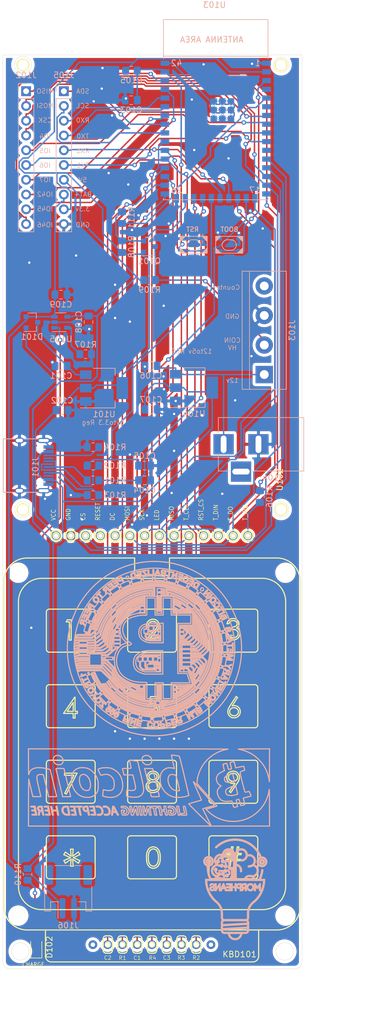
<source format=kicad_pcb>
(kicad_pcb (version 20171130) (host pcbnew "(5.1.12)-1")
  (layers (0 F.Cu signal) (31 B.Cu signal) (34 B.Paste user) (35 F.Paste user) (36 B.SilkS user) (37 F.SilkS user) (38 B.Mask user) (39 F.Mask user) (44 Edge.Cuts user))
  (net 0 "")
  (net 1 /VUSB)
  (net 2 GND)
  (net 3 +3V3)
  (net 4 /EN)
  (net 5 /D+)
  (net 6 /D-)
  (net 7 "Net-(J101-PadA7)")
  (net 8 "Net-(J101-PadA6)")
  (net 9 "Net-(J101-PadB5)")
  (net 10 "Net-(J101-PadA5)")
  (net 11 /IO0)
  (net 12 /CS)
  (net 13 /RESET)
  (net 14 /DC)
  (net 15 /MOSI)
  (net 16 /CSK)
  (net 17 /LED)
  (net 18 /MISO)
  (net 19 "Net-(U103-Pad42)")
  (net 20 "Net-(R106-Pad1)")
  (net 21 /TIRQ)
  (net 22 /TCS)
  (net 23 "Net-(C101-Pad2)")
  (net 24 /DC12V)
  (net 25 /VBAT)
  (net 26 "Net-(D102-Pad1)")
  (net 27 "Net-(D102-Pad2)")
  (net 28 /IO4)
  (net 29 /IO5)
  (net 30 /IO6)
  (net 31 /IO7)
  (net 32 /IO42)
  (net 33 /IO45)
  (net 34 /IO46)
  (net 35 /COINHV)
  (net 36 /TXD1)
  (net 37 /RXD1)
  (net 38 /TXD0)
  (net 39 /RXD0)
  (net 40 /SCL)
  (net 41 /SDA)
  (net 42 /ROW2)
  (net 43 /ROW3)
  (net 44 /COL3)
  (net 45 /ROW4)
  (net 46 /COL1)
  (net 47 /ROW1)
  (net 48 /COL2)
  (net 49 /COINLV)
  (net 50 "Net-(R107-Pad2)")
  (net 51 "Net-(R111-Pad1)")
  (module 27sharp:logomorphw (layer B.Cu) (at 97.79 179.07 180)
    (fp_text reference REF** hide)
    (fp_text value logomorphw)
  )
  (module 27sharp:LNLOGO (layer B.Cu) (at 84.15 160.22 180)
    (fp_text reference REF** hide)
    (fp_text value LNLOGO)
  )
  (module 27sharp:BTC6 (layer B.Cu) (at 84.15 145.22 180)
    (fp_text reference REF10 hide)
    (fp_text value BTC6)
  )
  (module Capacitor_SMD:C_0805_2012Metric_Pad1.18x1.45mm_HandSolder (layer B.Cu) (at 68.178 78.74)
    (fp_text reference C101 (at 0 1.68) (layer B.SilkS) (effects (justify mirror)))
    (fp_text value 10uF)
    (pad 2 smd roundrect (at 1.0375 0) (size 1.175 1.45) (layers B.Cu B.Paste B.Mask) (roundrect_rratio 0.2127659574468085) (net 23 "Net-(C101-Pad2)"))
    (pad 1 smd roundrect (at -1.0375 0) (size 1.175 1.45) (layers B.Cu B.Paste B.Mask) (roundrect_rratio 0.2127659574468085) (net 2 GND))
  )
  (module Capacitor_SMD:C_0805_2012Metric_Pad1.18x1.45mm_HandSolder (layer B.Cu) (at 68.348 86.36 180)
    (fp_text reference C102 (at 0 1.68) (layer B.SilkS) (effects (justify mirror)))
    (fp_text value 10uF)
    (pad 1 smd roundrect (at -1.0375 0 180) (size 1.175 1.45) (layers B.Cu B.Paste B.Mask) (roundrect_rratio 0.2127659574468085) (net 2 GND))
    (pad 2 smd roundrect (at 1.0375 0 180) (size 1.175 1.45) (layers B.Cu B.Paste B.Mask) (roundrect_rratio 0.2127659574468085) (net 3 +3V3))
  )
  (module Capacitor_SMD:C_0805_2012Metric_Pad1.18x1.45mm_HandSolder (layer B.Cu) (at 80.242 33.02)
    (fp_text reference C103 (at 0 1.68) (layer B.SilkS) (effects (justify mirror)))
    (fp_text value 100nF)
    (pad 1 smd roundrect (at -1.0375 0) (size 1.175 1.45) (layers B.Cu B.Paste B.Mask) (roundrect_rratio 0.2127659574468085) (net 2 GND))
    (pad 2 smd roundrect (at 1.0375 0) (size 1.175 1.45) (layers B.Cu B.Paste B.Mask) (roundrect_rratio 0.2127659574468085) (net 4 /EN))
  )
  (module Capacitor_SMD:C_0805_2012Metric_Pad1.18x1.45mm_HandSolder (layer B.Cu) (at 82.55 98.425)
    (fp_text reference C104 (at 0 1.68) (layer B.SilkS) (effects (justify mirror)))
    (fp_text value 20pF)
    (pad 2 smd roundrect (at 1.0375 0) (size 1.175 1.45) (layers B.Cu B.Paste B.Mask) (roundrect_rratio 0.2127659574468085) (net 2 GND))
    (pad 1 smd roundrect (at -1.0375 0) (size 1.175 1.45) (layers B.Cu B.Paste B.Mask) (roundrect_rratio 0.2127659574468085) (net 5 /D+))
  )
  (module Capacitor_SMD:C_0805_2012Metric_Pad1.18x1.45mm_HandSolder (layer B.Cu) (at 82.55 95.885 180)
    (fp_text reference C105 (at 0 1.68) (layer B.SilkS) (effects (justify mirror)))
    (fp_text value 20pF)
    (pad 1 smd roundrect (at -1.0375 0 180) (size 1.175 1.45) (layers B.Cu B.Paste B.Mask) (roundrect_rratio 0.2127659574468085) (net 2 GND))
    (pad 2 smd roundrect (at 1.0375 0 180) (size 1.175 1.45) (layers B.Cu B.Paste B.Mask) (roundrect_rratio 0.2127659574468085) (net 6 /D-))
  )
  (module 27sharp:GT-USB-7010 (layer B.Cu) (at 62.865 95.885 90)
    (fp_text reference J101 (at -0.254 0.889 90) (layer B.SilkS) (effects (justify mirror)))
    (fp_text value USB_C_Receptacle hide)
    (pad S1 thru_hole oval (at -4.32 -1.87 90) (size 1 1.6) (drill oval 0.6 1.2) (layers *.Cu *.Mask) (net 2 GND))
    (pad S1 thru_hole oval (at 4.32 -1.87 90) (size 1 1.6) (drill oval 0.6 1.2) (layers *.Cu *.Mask) (net 2 GND))
    (pad S1 thru_hole oval (at -4.32 2.31 90) (size 0.9 2.1) (drill oval 0.5 1.7) (layers *.Cu *.Mask) (net 2 GND))
    (pad S1 thru_hole oval (at 4.32 2.31 90) (size 0.9 2.1) (drill oval 0.5 1.7) (layers *.Cu *.Mask) (net 2 GND))
    (pad "" np_thru_hole circle (at -2.89 1.81 90) (size 0.65 0.65) (drill 0.65) (layers *.Cu *.Mask))
    (pad "" np_thru_hole circle (at 2.89 1.81 90) (size 0.65 0.65) (drill 0.65) (layers *.Cu *.Mask))
    (pad A7 smd rect (at 0.25 3.15 90) (size 0.3 1.75) (layers B.Cu B.Paste B.Mask) (net 7 "Net-(J101-PadA7)"))
    (pad B6 smd rect (at 0.75 3.15 90) (size 0.3 1.75) (layers B.Cu B.Paste B.Mask) (net 8 "Net-(J101-PadA6)"))
    (pad A8 smd rect (at 1.25 3.15 90) (size 0.3 1.75) (layers B.Cu B.Paste B.Mask))
    (pad B5 smd rect (at 1.75 3.15 90) (size 0.3 1.75) (layers B.Cu B.Paste B.Mask) (net 9 "Net-(J101-PadB5)"))
    (pad B7 smd rect (at -0.75 3.15 90) (size 0.3 1.75) (layers B.Cu B.Paste B.Mask) (net 7 "Net-(J101-PadA7)"))
    (pad B8 smd rect (at -1.75 3.15 90) (size 0.3 1.75) (layers B.Cu B.Paste B.Mask))
    (pad A5 smd rect (at -1.25 3.15 90) (size 0.3 1.75) (layers B.Cu B.Paste B.Mask) (net 10 "Net-(J101-PadA5)"))
    (pad A6 smd rect (at -0.25 3.15 90) (size 0.3 1.75) (layers B.Cu B.Paste B.Mask) (net 8 "Net-(J101-PadA6)"))
    (pad A1 smd rect (at -3.35 3.15 90) (size 0.3 1.75) (layers B.Cu B.Paste B.Mask) (net 2 GND))
    (pad B12 smd rect (at -3.05 3.15 90) (size 0.3 1.75) (layers B.Cu B.Paste B.Mask) (net 2 GND))
    (pad A4 smd rect (at -2.55 3.15 90) (size 0.3 1.75) (layers B.Cu B.Paste B.Mask) (net 1 /VUSB))
    (pad B9 smd rect (at -2.25 3.15 90) (size 0.3 1.75) (layers B.Cu B.Paste B.Mask) (net 1 /VUSB))
    (pad A9 smd rect (at 2.55 3.15 90) (size 0.3 1.75) (layers B.Cu B.Paste B.Mask) (net 1 /VUSB))
    (pad B4 smd rect (at 2.25 3.15 90) (size 0.3 1.75) (layers B.Cu B.Paste B.Mask) (net 1 /VUSB))
    (pad B1 smd rect (at 3.05 3.15 90) (size 0.3 1.75) (layers B.Cu B.Paste B.Mask) (net 2 GND))
    (pad A12 smd rect (at 3.35 3.15 90) (size 0.3 1.75) (layers B.Cu B.Paste B.Mask) (net 2 GND))
  )
  (module Resistor_SMD:R_0805_2012Metric_Pad1.20x1.40mm_HandSolder (layer B.Cu) (at 73.66 98.425 180)
    (fp_text reference R101 (at -3.81 0) (layer B.SilkS) (effects (justify mirror)))
    (fp_text value 22R)
    (pad 2 smd roundrect (at 1 0 180) (size 1.2 1.4) (layers B.Cu B.Paste B.Mask) (roundrect_rratio 0.2083325) (net 8 "Net-(J101-PadA6)"))
    (pad 1 smd roundrect (at -1 0 180) (size 1.2 1.4) (layers B.Cu B.Paste B.Mask) (roundrect_rratio 0.2083325) (net 5 /D+))
  )
  (module Resistor_SMD:R_0805_2012Metric_Pad1.20x1.40mm_HandSolder (layer B.Cu) (at 73.66 95.885)
    (fp_text reference R102 (at 3.81 0) (layer B.SilkS) (effects (justify mirror)))
    (fp_text value 22R)
    (pad 1 smd roundrect (at -1 0) (size 1.2 1.4) (layers B.Cu B.Paste B.Mask) (roundrect_rratio 0.2083325) (net 6 /D-))
    (pad 2 smd roundrect (at 1 0) (size 1.2 1.4) (layers B.Cu B.Paste B.Mask) (roundrect_rratio 0.2083325) (net 7 "Net-(J101-PadA7)"))
  )
  (module Resistor_SMD:R_0805_2012Metric_Pad1.20x1.40mm_HandSolder (layer B.Cu) (at 73.66 100.965 180)
    (fp_text reference R103 (at -3.81 0) (layer B.SilkS) (effects (justify mirror)))
    (fp_text value 5.1K)
    (pad 1 smd roundrect (at -1 0 180) (size 1.2 1.4) (layers B.Cu B.Paste B.Mask) (roundrect_rratio 0.2083325) (net 10 "Net-(J101-PadA5)"))
    (pad 2 smd roundrect (at 1 0 180) (size 1.2 1.4) (layers B.Cu B.Paste B.Mask) (roundrect_rratio 0.2083325) (net 2 GND))
  )
  (module Resistor_SMD:R_0805_2012Metric_Pad1.20x1.40mm_HandSolder (layer B.Cu) (at 73.66 92.71 180)
    (fp_text reference R104 (at -3.81 0) (layer B.SilkS) (effects (justify mirror)))
    (fp_text value 5.1K)
    (pad 2 smd roundrect (at 1 0 180) (size 1.2 1.4) (layers B.Cu B.Paste B.Mask) (roundrect_rratio 0.2083325) (net 2 GND))
    (pad 1 smd roundrect (at -1 0 180) (size 1.2 1.4) (layers B.Cu B.Paste B.Mask) (roundrect_rratio 0.2083325) (net 9 "Net-(J101-PadB5)"))
  )
  (module Resistor_SMD:R_0805_2012Metric_Pad1.20x1.40mm_HandSolder (layer B.Cu) (at 80.28 27.94)
    (fp_text reference R105 (at 0 1.65) (layer B.SilkS) (effects (justify mirror)))
    (fp_text value 10k)
    (pad 1 smd roundrect (at -1 0) (size 1.2 1.4) (layers B.Cu B.Paste B.Mask) (roundrect_rratio 0.2083325) (net 3 +3V3))
    (pad 2 smd roundrect (at 1 0) (size 1.2 1.4) (layers B.Cu B.Paste B.Mask) (roundrect_rratio 0.2083325) (net 4 /EN))
  )
  (module 27sharp:SKRPABE010 (layer B.Cu) (at 88.765 56.5365)
    (fp_text reference SW101 hide)
    (fp_text value RST (at 2.04 -1.291499) (layer B.SilkS) (effects (font (size 0.787402 0.787402)) (justify mirror)))
    (pad 1 smd rect (at 0.5 2.4) (size 1.05 0.65) (layers B.Cu B.Paste B.Mask) (net 4 /EN))
    (pad 1 smd rect (at 3.965 2.4) (size 1.05 0.65) (layers B.Cu B.Paste B.Mask) (net 4 /EN))
    (pad 2 smd rect (at 0.5 0.3) (size 1.05 0.65) (layers B.Cu B.Paste B.Mask) (net 2 GND))
    (pad 2 smd rect (at 3.965 0.3) (size 1.05 0.65) (layers B.Cu B.Paste B.Mask) (net 2 GND))
  )
  (module 27sharp:SKRPABE010 (layer B.Cu) (at 94.885 56.5365)
    (fp_text reference SW102 hide)
    (fp_text value BOOT (at 2.27 -1.291499) (layer B.SilkS) (effects (font (size 0.787402 0.787402)) (justify mirror)))
    (pad 2 smd rect (at 3.965 0.3) (size 1.05 0.65) (layers B.Cu B.Paste B.Mask) (net 2 GND))
    (pad 2 smd rect (at 0.5 0.3) (size 1.05 0.65) (layers B.Cu B.Paste B.Mask) (net 2 GND))
    (pad 1 smd rect (at 3.965 2.4) (size 1.05 0.65) (layers B.Cu B.Paste B.Mask) (net 11 /IO0))
    (pad 1 smd rect (at 0.5 2.4) (size 1.05 0.65) (layers B.Cu B.Paste B.Mask) (net 11 /IO0))
  )
  (module Package_TO_SOT_SMD:SOT-223-3_TabPin2 (layer B.Cu) (at 75.565 82.55)
    (fp_text reference U101 (at 0 4.5) (layer B.SilkS) (effects (justify mirror)))
    (fp_text value AP1117-33)
    (pad 2 smd rect (at 3.15 0) (size 2 3.8) (layers B.Cu B.Paste B.Mask) (net 3 +3V3))
    (pad 2 smd rect (at -3.15 0) (size 2 1.5) (layers B.Cu B.Paste B.Mask) (net 3 +3V3))
    (pad 3 smd rect (at -3.15 -2.3) (size 2 1.5) (layers B.Cu B.Paste B.Mask) (net 23 "Net-(C101-Pad2)"))
    (pad 1 smd rect (at -3.15 2.3) (size 2 1.5) (layers B.Cu B.Paste B.Mask) (net 2 GND))
  )
  (module 18650:esp32-s2-wrooom (layer B.Cu) (at 94.742 34.544 180)
    (fp_text reference U103 (at 0.16 17.92 180) (layer B.SilkS) (effects (justify mirror)))
    (fp_text value esp32-s2-wroom)
    (fp_text user 1 (at -7.272 7.907 180) (layer B.SilkS) (effects (justify mirror)))
    (fp_text user 17 (at -6.764 -13.937 180) (layer B.SilkS) (effects (justify mirror)))
    (fp_text user 26 (at 6.698 -13.937 180) (layer B.SilkS) (effects (justify mirror)))
    (fp_text user 42 (at 6.698 7.907 180) (layer B.SilkS) (effects (justify mirror)))
    (fp_text user "ANTENNA AREA" (at 0.63 11.96 180) (layer B.SilkS) (effects (justify mirror)))
    (pad 1 smd roundrect (at -8.8 7.9 180) (size 1.5 0.9) (layers B.Cu B.Paste B.Mask) (roundrect_rratio 0.079) (net 2 GND))
    (pad 2 smd roundrect (at -8.8 6.4 180) (size 1.5 0.9) (layers B.Cu B.Paste B.Mask) (roundrect_rratio 0.079) (net 3 +3V3))
    (pad 3 smd roundrect (at -8.8 4.9 180) (size 1.5 0.9) (layers B.Cu B.Paste B.Mask) (roundrect_rratio 0.079) (net 11 /IO0))
    (pad 4 smd roundrect (at -8.8 3.4 180) (size 1.5 0.9) (layers B.Cu B.Paste B.Mask) (roundrect_rratio 0.079))
    (pad 5 smd roundrect (at -8.8 1.9 180) (size 1.5 0.9) (layers B.Cu B.Paste B.Mask) (roundrect_rratio 0.079) (net 51 "Net-(R111-Pad1)"))
    (pad 6 smd roundrect (at -8.8 0.4 180) (size 1.5 0.9) (layers B.Cu B.Paste B.Mask) (roundrect_rratio 0.079))
    (pad 7 smd roundrect (at -8.8 -1.1 180) (size 1.5 0.9) (layers B.Cu B.Paste B.Mask) (roundrect_rratio 0.079) (net 28 /IO4))
    (pad 8 smd roundrect (at -8.8 -2.6 180) (size 1.5 0.9) (layers B.Cu B.Paste B.Mask) (roundrect_rratio 0.079) (net 29 /IO5))
    (pad 9 smd roundrect (at -8.8 -4.1 180) (size 1.5 0.9) (layers B.Cu B.Paste B.Mask) (roundrect_rratio 0.079) (net 30 /IO6))
    (pad 10 smd roundrect (at -8.8 -5.6 180) (size 1.5 0.9) (layers B.Cu B.Paste B.Mask) (roundrect_rratio 0.079) (net 31 /IO7))
    (pad 11 smd roundrect (at -8.8 -7.1 180) (size 1.5 0.9) (layers B.Cu B.Paste B.Mask) (roundrect_rratio 0.079))
    (pad 12 smd roundrect (at -8.8 -8.6 180) (size 1.5 0.9) (layers B.Cu B.Paste B.Mask) (roundrect_rratio 0.079) (net 13 /RESET))
    (pad 13 smd roundrect (at -8.8 -10.1 180) (size 1.5 0.9) (layers B.Cu B.Paste B.Mask) (roundrect_rratio 0.079) (net 12 /CS))
    (pad 14 smd roundrect (at -8.8 -11.6 180) (size 1.5 0.9) (layers B.Cu B.Paste B.Mask) (roundrect_rratio 0.079) (net 15 /MOSI))
    (pad 15 smd roundrect (at -8.8 -13.1 180) (size 1.5 0.9) (layers B.Cu B.Paste B.Mask) (roundrect_rratio 0.079) (net 16 /CSK))
    (pad 16 smd roundrect (at -8.8 -14.6 180) (size 1.5 0.9) (layers B.Cu B.Paste B.Mask) (roundrect_rratio 0.079) (net 18 /MISO))
    (pad 17 smd roundrect (at -6.8 -15.35 90) (size 1.5 0.9) (layers B.Cu B.Paste B.Mask) (roundrect_rratio 0.079) (net 14 /DC))
    (pad 18 smd roundrect (at -5.3 -15.35 90) (size 1.5 0.9) (layers B.Cu B.Paste B.Mask) (roundrect_rratio 0.079) (net 17 /LED))
    (pad 19 smd roundrect (at -3.8 -15.35 90) (size 1.5 0.9) (layers B.Cu B.Paste B.Mask) (roundrect_rratio 0.079) (net 21 /TIRQ))
    (pad 20 smd roundrect (at -2.3 -15.35 90) (size 1.5 0.9) (layers B.Cu B.Paste B.Mask) (roundrect_rratio 0.079) (net 36 /TXD1))
    (pad 21 smd roundrect (at -0.8 -15.35 90) (size 1.5 0.9) (layers B.Cu B.Paste B.Mask) (roundrect_rratio 0.079) (net 37 /RXD1))
    (pad 22 smd roundrect (at 0.7 -15.35 90) (size 1.5 0.9) (layers B.Cu B.Paste B.Mask) (roundrect_rratio 0.079) (net 6 /D-))
    (pad 23 smd roundrect (at 2.2 -15.35 90) (size 1.5 0.9) (layers B.Cu B.Paste B.Mask) (roundrect_rratio 0.079) (net 5 /D+))
    (pad 24 smd roundrect (at 3.7 -15.35 90) (size 1.5 0.9) (layers B.Cu B.Paste B.Mask) (roundrect_rratio 0.079) (net 22 /TCS))
    (pad 25 smd roundrect (at 5.2 -15.35 90) (size 1.5 0.9) (layers B.Cu B.Paste B.Mask) (roundrect_rratio 0.079) (net 49 /COINLV))
    (pad 26 smd roundrect (at 6.7 -15.35 90) (size 1.5 0.9) (layers B.Cu B.Paste B.Mask) (roundrect_rratio 0.079) (net 2 GND))
    (pad 27 smd roundrect (at 8.7 -14.6) (size 1.5 0.9) (layers B.Cu B.Paste B.Mask) (roundrect_rratio 0.079) (net 46 /COL1))
    (pad 28 smd roundrect (at 8.7 -13.1) (size 1.5 0.9) (layers B.Cu B.Paste B.Mask) (roundrect_rratio 0.079) (net 48 /COL2))
    (pad 29 smd roundrect (at 8.7 -11.6) (size 1.5 0.9) (layers B.Cu B.Paste B.Mask) (roundrect_rratio 0.079) (net 44 /COL3))
    (pad 30 smd roundrect (at 8.7 -10.1) (size 1.5 0.9) (layers B.Cu B.Paste B.Mask) (roundrect_rratio 0.079) (net 47 /ROW1))
    (pad 31 smd roundrect (at 8.7 -8.6) (size 1.5 0.9) (layers B.Cu B.Paste B.Mask) (roundrect_rratio 0.079) (net 42 /ROW2))
    (pad 32 smd roundrect (at 8.7 -7.1) (size 1.5 0.9) (layers B.Cu B.Paste B.Mask) (roundrect_rratio 0.079) (net 43 /ROW3))
    (pad 33 smd roundrect (at 8.7 -5.6) (size 1.5 0.9) (layers B.Cu B.Paste B.Mask) (roundrect_rratio 0.079) (net 45 /ROW4))
    (pad 34 smd roundrect (at 8.7 -4.1) (size 1.5 0.9) (layers B.Cu B.Paste B.Mask) (roundrect_rratio 0.079) (net 40 /SCL))
    (pad 35 smd roundrect (at 8.7 -2.6) (size 1.5 0.9) (layers B.Cu B.Paste B.Mask) (roundrect_rratio 0.079) (net 41 /SDA))
    (pad 36 smd roundrect (at 8.7 -1.1) (size 1.5 0.9) (layers B.Cu B.Paste B.Mask) (roundrect_rratio 0.079) (net 32 /IO42))
    (pad 37 smd roundrect (at 8.7 0.4) (size 1.5 0.9) (layers B.Cu B.Paste B.Mask) (roundrect_rratio 0.079) (net 38 /TXD0))
    (pad 38 smd roundrect (at 8.7 1.9) (size 1.5 0.9) (layers B.Cu B.Paste B.Mask) (roundrect_rratio 0.079) (net 39 /RXD0))
    (pad 39 smd roundrect (at 8.7 3.4) (size 1.5 0.9) (layers B.Cu B.Paste B.Mask) (roundrect_rratio 0.079) (net 33 /IO45))
    (pad 40 smd roundrect (at 8.7 4.9) (size 1.5 0.9) (layers B.Cu B.Paste B.Mask) (roundrect_rratio 0.079) (net 34 /IO46))
    (pad 41 smd roundrect (at 8.7 6.4) (size 1.5 0.9) (layers B.Cu B.Paste B.Mask) (roundrect_rratio 0.079) (net 4 /EN))
    (pad 42 smd roundrect (at 8.7 7.9) (size 1.5 0.9) (layers B.Cu B.Paste B.Mask) (roundrect_rratio 0.079) (net 19 "Net-(U103-Pad42)"))
    (pad 43 smd roundrect (at -2.69 1.325) (size 1.1 1.1) (layers B.Cu B.Paste B.Mask) (roundrect_rratio 0.079) (net 19 "Net-(U103-Pad42)"))
    (pad 43 smd roundrect (at -1.19 1.325) (size 1.1 1.1) (layers B.Cu B.Paste B.Mask) (roundrect_rratio 0.079) (net 19 "Net-(U103-Pad42)"))
    (pad 43 smd roundrect (at 0.31 1.325) (size 1.1 1.1) (layers B.Cu B.Paste B.Mask) (roundrect_rratio 0.079) (net 19 "Net-(U103-Pad42)"))
    (pad 43 smd roundrect (at -2.69 -0.175) (size 1.1 1.1) (layers B.Cu B.Paste B.Mask) (roundrect_rratio 0.079) (net 19 "Net-(U103-Pad42)"))
    (pad 43 smd roundrect (at -1.19 -0.175) (size 1.1 1.1) (layers B.Cu B.Paste B.Mask) (roundrect_rratio 0.079) (net 19 "Net-(U103-Pad42)"))
    (pad 43 smd roundrect (at 0.31 -0.175) (size 1.1 1.1) (layers B.Cu B.Paste B.Mask) (roundrect_rratio 0.079) (net 19 "Net-(U103-Pad42)"))
    (pad 43 smd roundrect (at -2.69 -1.675) (size 1.1 1.1) (layers B.Cu B.Paste B.Mask) (roundrect_rratio 0.079) (net 19 "Net-(U103-Pad42)"))
    (pad 43 smd roundrect (at -1.19 -1.675) (size 1.1 1.1) (layers B.Cu B.Paste B.Mask) (roundrect_rratio 0.079) (net 19 "Net-(U103-Pad42)"))
    (pad 43 smd roundrect (at 0.31 -1.675) (size 1.1 1.1) (layers B.Cu B.Paste B.Mask) (roundrect_rratio 0.079) (net 19 "Net-(U103-Pad42)"))
    (pad "" thru_hole circle (at -2.7 0.5664) (size 0.4 0.4) (drill oval 0.25) (layers *.Cu *.Mask))
    (pad "" thru_hole circle (at -1.938 1.3792) (size 0.4 0.4) (drill oval 0.25) (layers *.Cu *.Mask))
    (pad "" thru_hole circle (at -0.414 1.3792) (size 0.4 0.4) (drill oval 0.25) (layers *.Cu *.Mask))
    (pad "" thru_hole circle (at 0.2972 0.5664) (size 0.4 0.4) (drill oval 0.25) (layers *.Cu *.Mask))
    (pad "" thru_hole circle (at 0.2972 -0.9068) (size 0.4 0.4) (drill oval 0.25) (layers *.Cu *.Mask))
    (pad "" thru_hole circle (at -0.4648 -1.618) (size 0.4 0.4) (drill oval 0.25) (layers *.Cu *.Mask))
    (pad "" thru_hole circle (at -1.938 -1.618) (size 0.4 0.4) (drill oval 0.25) (layers *.Cu *.Mask))
    (pad "" thru_hole circle (at -2.7 -0.9068) (size 0.4 0.4) (drill oval 0.25) (layers *.Cu *.Mask))
    (pad "" thru_hole circle (at -1.938 -0.1448) (size 0.4 0.4) (drill oval 0.25) (layers *.Cu *.Mask))
    (pad "" thru_hole circle (at -0.414 -0.094) (size 0.4 0.4) (drill oval 0.25) (layers *.Cu *.Mask))
    (pad "" thru_hole circle (at -1.176 0.5664) (size 0.4 0.4) (drill oval 0.25) (layers *.Cu *.Mask))
    (pad "" thru_hole circle (at -1.2268 -0.9068) (size 0.4 0.4) (drill oval 0.25) (layers *.Cu *.Mask))
  )
  (module 27sharp:ILI9341-2_8-noSD (layer F.Cu) (at 113.03 107.95 90)
    (fp_text reference U102 (at 9.65454 -7.20344 90) (layer F.SilkS))
    (fp_text value ILI9341-28)
    (fp_text user RESET (at 2.54 -38.099999 90) (layer F.SilkS) (effects (font (size 0.762 0.6858) (thickness 0.09525)) (justify left bottom)))
    (fp_text user MOSI (at 2.54 -33.019999 90) (layer F.SilkS) (effects (font (size 0.762 0.6858) (thickness 0.09525)) (justify left bottom)))
    (fp_text user T_DO (at 2.54 -15.239999 90) (layer F.SilkS) (effects (font (size 0.762 0.6858) (thickness 0.09525)) (justify left bottom)))
    (fp_text user T_CLK (at 2.54 -22.859999 90) (layer F.SilkS) (effects (font (size 0.762 0.6858) (thickness 0.09525)) (justify left bottom)))
    (fp_text user MISO (at 2.54 -25.4 90) (layer F.SilkS) (effects (font (size 0.762 0.6858) (thickness 0.09525)) (justify left bottom)))
    (fp_text user T_DIN (at 2.54 -17.78 90) (layer F.SilkS) (effects (font (size 0.762 0.6858) (thickness 0.09525)) (justify left bottom)))
    (fp_text user RST_CS (at 2.54 -20.32 90) (layer F.SilkS) (effects (font (size 0.762 0.6858) (thickness 0.09525)) (justify left bottom)))
    (fp_text user T_IRQ (at 2.54 -12.7 90) (layer F.SilkS) (effects (font (size 0.762 0.6858) (thickness 0.09525)) (justify left bottom)))
    (fp_text user CS (at 2.54 -40.64 90) (layer F.SilkS) (effects (font (size 0.762 0.6858) (thickness 0.09525)) (justify left bottom)))
    (fp_text user SCK (at 2.54 -30.48 90) (layer F.SilkS) (effects (font (size 0.762 0.6858) (thickness 0.09525)) (justify left bottom)))
    (fp_text user VCC (at 2.54 -45.719999 90) (layer F.SilkS) (effects (font (size 0.762 0.6858) (thickness 0.09525)) (justify left bottom)))
    (fp_text user GND (at 2.54 -43.18 90) (layer F.SilkS) (effects (font (size 0.762 0.6858) (thickness 0.09525)) (justify left bottom)))
    (fp_text user LED (at 2.54 -27.939999 90) (layer F.SilkS) (effects (font (size 0.762 0.6858) (thickness 0.09525)) (justify left bottom)))
    (fp_text user DC (at 2.54 -35.56 90) (layer F.SilkS) (effects (font (size 0.762 0.6858) (thickness 0.09525)) (justify left bottom)))
    (pad 1 thru_hole circle (at 0 -45.72 90) (size 1.524 1.524) (drill 0.762) (layers *.Cu *.Mask) (net 3 +3V3))
    (pad 2 thru_hole circle (at 0 -43.18 90) (size 1.524 1.524) (drill 0.762) (layers *.Cu *.Mask) (net 2 GND))
    (pad 3 thru_hole circle (at 0 -40.64 90) (size 1.524 1.524) (drill 0.762) (layers *.Cu *.Mask) (net 12 /CS))
    (pad 4 thru_hole circle (at 0 -38.1 90) (size 1.524 1.524) (drill 0.762) (layers *.Cu *.Mask) (net 13 /RESET))
    (pad 5 thru_hole circle (at 0 -35.56 90) (size 1.524 1.524) (drill 0.762) (layers *.Cu *.Mask) (net 14 /DC))
    (pad 6 thru_hole circle (at 0 -33.02 90) (size 1.524 1.524) (drill 0.762) (layers *.Cu *.Mask) (net 15 /MOSI))
    (pad 7 thru_hole circle (at 0 -30.48 90) (size 1.524 1.524) (drill 0.762) (layers *.Cu *.Mask) (net 16 /CSK))
    (pad 8 thru_hole circle (at 0 -27.94 90) (size 1.524 1.524) (drill 0.762) (layers *.Cu *.Mask) (net 17 /LED))
    (pad 9 thru_hole circle (at 0 -25.4 90) (size 1.524 1.524) (drill 0.762) (layers *.Cu *.Mask) (net 18 /MISO))
    (pad 10 thru_hole circle (at 0 -22.86 90) (size 1.524 1.524) (drill 0.762) (layers *.Cu *.Mask) (net 16 /CSK))
    (pad 11 thru_hole circle (at 0 -20.32 90) (size 1.524 1.524) (drill 0.762) (layers *.Cu *.Mask) (net 22 /TCS))
    (pad 12 thru_hole circle (at 0 -17.78 90) (size 1.524 1.524) (drill 0.762) (layers *.Cu *.Mask) (net 18 /MISO))
    (pad 13 thru_hole circle (at 0 -15.24 90) (size 1.524 1.524) (drill 0.762) (layers *.Cu *.Mask) (net 15 /MOSI))
    (pad 14 thru_hole circle (at 0 -12.7 90) (size 1.524 1.524) (drill 0.762) (layers *.Cu *.Mask) (net 20 "Net-(R106-Pad1)"))
  )
  (module Resistor_SMD:R_0805_2012Metric_Pad1.20x1.40mm_HandSolder (layer B.Cu) (at 102.4 101.22 90)
    (fp_text reference R106 (at 0 1.65 90) (layer B.SilkS) (effects (justify mirror)))
    (fp_text value 0R)
    (pad 1 smd roundrect (at -1 0 90) (size 1.2 1.4) (layers B.Cu B.Paste B.Mask) (roundrect_rratio 0.2083325) (net 20 "Net-(R106-Pad1)"))
    (pad 2 smd roundrect (at 1 0 90) (size 1.2 1.4) (layers B.Cu B.Paste B.Mask) (roundrect_rratio 0.2083325) (net 21 /TIRQ))
  )
  (module Capacitor_SMD:C_0805_2012Metric_Pad1.18x1.45mm_HandSolder (layer B.Cu) (at 83.65 78.72)
    (fp_text reference C106 (at 0 1.68) (layer B.SilkS) (effects (justify mirror)))
    (fp_text value 10uF)
    (pad 1 smd roundrect (at -1.0375 0) (size 1.175 1.45) (layers B.Cu B.Paste B.Mask) (roundrect_rratio 0.2127659574468085) (net 2 GND))
    (pad 2 smd roundrect (at 1.0375 0) (size 1.175 1.45) (layers B.Cu B.Paste B.Mask) (roundrect_rratio 0.2127659574468085) (net 24 /DC12V))
  )
  (module Capacitor_SMD:C_0805_2012Metric_Pad1.18x1.45mm_HandSolder (layer B.Cu) (at 83.65 86.22 180)
    (fp_text reference C107 (at 0 1.68) (layer B.SilkS) (effects (justify mirror)))
    (fp_text value 10uF)
    (pad 2 smd roundrect (at 1.0375 0 180) (size 1.175 1.45) (layers B.Cu B.Paste B.Mask) (roundrect_rratio 0.2127659574468085) (net 1 /VUSB))
    (pad 1 smd roundrect (at -1.0375 0 180) (size 1.175 1.45) (layers B.Cu B.Paste B.Mask) (roundrect_rratio 0.2127659574468085) (net 2 GND))
  )
  (module Capacitor_SMD:C_0805_2012Metric_Pad1.18x1.45mm_HandSolder (layer B.Cu) (at 72.9 71.1825 270)
    (fp_text reference C108 (at 0 1.68 90) (layer B.SilkS) (effects (justify mirror)))
    (fp_text value 4.7uF)
    (pad 1 smd roundrect (at -1.0375 0 270) (size 1.175 1.45) (layers B.Cu B.Paste B.Mask) (roundrect_rratio 0.2127659574468085) (net 1 /VUSB))
    (pad 2 smd roundrect (at 1.0375 0 270) (size 1.175 1.45) (layers B.Cu B.Paste B.Mask) (roundrect_rratio 0.2127659574468085) (net 2 GND))
  )
  (module Capacitor_SMD:C_0805_2012Metric_Pad1.18x1.45mm_HandSolder (layer B.Cu) (at 68.15 66.47)
    (fp_text reference C109 (at 0 1.68) (layer B.SilkS) (effects (justify mirror)))
    (fp_text value 4.7uF)
    (pad 2 smd roundrect (at 1.0375 0) (size 1.175 1.45) (layers B.Cu B.Paste B.Mask) (roundrect_rratio 0.2127659574468085) (net 2 GND))
    (pad 1 smd roundrect (at -1.0375 0) (size 1.175 1.45) (layers B.Cu B.Paste B.Mask) (roundrect_rratio 0.2127659574468085) (net 25 /VBAT))
  )
  (module Package_TO_SOT_SMD:SOT-23 (layer B.Cu) (at 63.15 71.22)
    (fp_text reference D101 (at 0 2.5) (layer B.SilkS) (effects (justify mirror)))
    (fp_text value BAT54C)
    (pad 3 smd rect (at 1 0) (size 0.9 0.8) (layers B.Cu B.Paste B.Mask) (net 23 "Net-(C101-Pad2)"))
    (pad 2 smd rect (at -1 -0.95) (size 0.9 0.8) (layers B.Cu B.Paste B.Mask) (net 25 /VBAT))
    (pad 1 smd rect (at -1 0.95) (size 0.9 0.8) (layers B.Cu B.Paste B.Mask) (net 1 /VUSB))
  )
  (module LED_SMD:LED_0805_2012Metric_Pad1.15x1.40mm_HandSolder (layer F.Cu) (at 63.9 178.745 90)
    (fp_text reference D102 (at 0 2.25 90) (layer F.SilkS))
    (fp_text value CHARGE (at -2.975 -0.5 180) (layer F.SilkS) (effects (font (size 0.66 0.66) (thickness 0.1))))
    (pad 1 smd roundrect (at -1.025 0 90) (size 1.15 1.4) (layers F.Cu F.Paste F.Mask) (roundrect_rratio 0.2173904347826087) (net 26 "Net-(D102-Pad1)"))
    (pad 2 smd roundrect (at 1.025 0 90) (size 1.15 1.4) (layers F.Cu F.Paste F.Mask) (roundrect_rratio 0.2173904347826087) (net 27 "Net-(D102-Pad2)"))
  )
  (module Connector_PinSocket_2.54mm:PinSocket_1x10_P2.54mm_Vertical (layer B.Cu) (at 62.15 31.47 180)
    (fp_text reference J102 (at 0 2.77) (layer B.SilkS) (effects (justify mirror)))
    (fp_text value GpioSPI)
    (pad 1 thru_hole rect (at 0 0 180) (size 1.7 1.7) (drill 1) (layers *.Cu *.Mask) (net 18 /MISO))
    (pad 2 thru_hole oval (at 0 -2.54 180) (size 1.7 1.7) (drill 1) (layers *.Cu *.Mask) (net 15 /MOSI))
    (pad 3 thru_hole oval (at 0 -5.08 180) (size 1.7 1.7) (drill 1) (layers *.Cu *.Mask) (net 16 /CSK))
    (pad 4 thru_hole oval (at 0 -7.62 180) (size 1.7 1.7) (drill 1) (layers *.Cu *.Mask) (net 28 /IO4))
    (pad 5 thru_hole oval (at 0 -10.16 180) (size 1.7 1.7) (drill 1) (layers *.Cu *.Mask) (net 29 /IO5))
    (pad 6 thru_hole oval (at 0 -12.7 180) (size 1.7 1.7) (drill 1) (layers *.Cu *.Mask) (net 30 /IO6))
    (pad 7 thru_hole oval (at 0 -15.24 180) (size 1.7 1.7) (drill 1) (layers *.Cu *.Mask) (net 31 /IO7))
    (pad 8 thru_hole oval (at 0 -17.78 180) (size 1.7 1.7) (drill 1) (layers *.Cu *.Mask) (net 32 /IO42))
    (pad 9 thru_hole oval (at 0 -20.32 180) (size 1.7 1.7) (drill 1) (layers *.Cu *.Mask) (net 33 /IO45))
    (pad 10 thru_hole oval (at 0 -22.86 180) (size 1.7 1.7) (drill 1) (layers *.Cu *.Mask) (net 34 /IO46))
  )
  (module TerminalBlock:TerminalBlock_bornier-4_P5.08mm (layer B.Cu) (at 103.15 80.22 90)
    (fp_text reference J103 (at 7.6 4.8 270) (layer B.SilkS) (effects (justify mirror)))
    (fp_text value CoinSelectCNX)
    (pad 2 thru_hole circle (at 5.08 0 90) (size 3 3) (drill 1.52) (layers *.Cu *.Mask) (net 35 /COINHV))
    (pad 3 thru_hole circle (at 10.16 0 90) (size 3 3) (drill 1.52) (layers *.Cu *.Mask) (net 2 GND))
    (pad 1 thru_hole rect (at 0 0 90) (size 3 3) (drill 1.52) (layers *.Cu *.Mask) (net 24 /DC12V))
    (pad 4 thru_hole circle (at 15.24 0 90) (size 3 3) (drill 1.52) (layers *.Cu *.Mask))
  )
  (module 18650:BARREL_JACK (layer B.Cu) (at 96.15 92.22 180)
    (fp_text reference J104 (at -8.45 -5.75) (layer B.SilkS) (effects (justify mirror)))
    (fp_text value Barrel_Jack)
    (pad 3 thru_hole rect (at -3 -4.7 180) (size 3.5 3.5) (drill oval 3 1) (layers *.Cu *.Mask))
    (pad 2 thru_hole rect (at -6 0 180) (size 3.5 3.5) (drill oval 1 3) (layers *.Cu *.Mask) (net 2 GND))
    (pad 1 thru_hole rect (at 0 0 180) (size 3.5 3.5) (drill oval 1 3) (layers *.Cu *.Mask) (net 24 /DC12V))
  )
  (module Connector_PinSocket_2.54mm:PinSocket_1x10_P2.54mm_Vertical (layer B.Cu) (at 68.65 31.47 180)
    (fp_text reference J105 (at 0 2.77) (layer B.SilkS) (effects (justify mirror)))
    (fp_text value ConExtra)
    (pad 10 thru_hole oval (at 0 -22.86 180) (size 1.7 1.7) (drill 1) (layers *.Cu *.Mask) (net 2 GND))
    (pad 9 thru_hole oval (at 0 -20.32 180) (size 1.7 1.7) (drill 1) (layers *.Cu *.Mask) (net 3 +3V3))
    (pad 8 thru_hole oval (at 0 -17.78 180) (size 1.7 1.7) (drill 1) (layers *.Cu *.Mask) (net 25 /VBAT))
    (pad 7 thru_hole oval (at 0 -15.24 180) (size 1.7 1.7) (drill 1) (layers *.Cu *.Mask) (net 1 /VUSB))
    (pad 6 thru_hole oval (at 0 -12.7 180) (size 1.7 1.7) (drill 1) (layers *.Cu *.Mask) (net 36 /TXD1))
    (pad 5 thru_hole oval (at 0 -10.16 180) (size 1.7 1.7) (drill 1) (layers *.Cu *.Mask) (net 37 /RXD1))
    (pad 4 thru_hole oval (at 0 -7.62 180) (size 1.7 1.7) (drill 1) (layers *.Cu *.Mask) (net 38 /TXD0))
    (pad 3 thru_hole oval (at 0 -5.08 180) (size 1.7 1.7) (drill 1) (layers *.Cu *.Mask) (net 39 /RXD0))
    (pad 2 thru_hole oval (at 0 -2.54 180) (size 1.7 1.7) (drill 1) (layers *.Cu *.Mask) (net 40 /SCL))
    (pad 1 thru_hole rect (at 0 0 180) (size 1.7 1.7) (drill 1) (layers *.Cu *.Mask) (net 41 /SDA))
  )
  (module Connector_JST:JST_PH_S2B-PH-SM4-TB_1x02-1MP_P2.00mm_Horizontal (layer B.Cu) (at 69.4 169.22)
    (fp_text reference J106 (at 0 5.8) (layer B.SilkS) (effects (justify mirror)))
    (fp_text value BATCON)
    (pad 1 smd roundrect (at -1 2.85) (size 1 3.5) (layers B.Cu B.Paste B.Mask) (net 25 /VBAT))
    (pad 2 smd roundrect (at 1 2.85) (size 1 3.5) (layers B.Cu B.Paste B.Mask) (net 2 GND))
    (pad MP smd roundrect (at -3.35 -2.9) (size 1.5 3.4) (layers B.Cu B.Paste B.Mask) (roundrect_rratio 0.1666666666666667))
    (pad MP smd roundrect (at 3.35 -2.9) (size 1.5 3.4) (layers B.Cu B.Paste B.Mask) (roundrect_rratio 0.1666666666666667))
  )
  (module 27sharp:KeyPad_3x4 (layer F.Cu) (at 93.65 191.72)
    (fp_text reference KBD101 (at 5.25 -11.75) (layer F.SilkS))
    (fp_text value 3x4KeypadBlack)
    (fp_text user C2 (at -17.45 -11.15) (layer F.SilkS) (effects (font (size 0.66 0.66) (thickness 0.08))))
    (fp_text user R1 (at -14.9 -11.125) (layer F.SilkS) (effects (font (size 0.66 0.66) (thickness 0.08))))
    (fp_text user C1 (at -12.375 -11.125) (layer F.SilkS) (effects (font (size 0.66 0.66) (thickness 0.08))))
    (fp_text user R4 (at -9.725 -11.125) (layer F.SilkS) (effects (font (size 0.66 0.66) (thickness 0.08))))
    (fp_text user C3 (at -7.3 -11.15) (layer F.SilkS) (effects (font (size 0.66 0.66) (thickness 0.08))))
    (fp_text user R3 (at -4.775 -11.15) (layer F.SilkS) (effects (font (size 0.66 0.66) (thickness 0.08))))
    (fp_text user R2 (at -2.2 -11.15) (layer F.SilkS) (effects (font (size 0.66 0.66) (thickness 0.08))))
    (pad "" np_thru_hole circle (at -32.85 -77.4) (size 2.5 2.5) (drill 2.5) (layers *.Cu *.Mask))
    (pad "" thru_hole circle (at 0.315 -13.4032) (size 1.524 1.524) (drill 0.762) (layers *.Cu *.Mask))
    (pad "" thru_hole circle (at -20.005 -13.4032) (size 1.524 1.524) (drill 0.762) (layers *.Cu *.Mask))
    (pad 7 thru_hole circle (at -2.225 -13.4032) (size 1.524 1.524) (drill 0.762) (layers *.Cu *.Mask) (net 42 /ROW2))
    (pad 6 thru_hole circle (at -4.765 -13.4032) (size 1.524 1.524) (drill 0.762) (layers *.Cu *.Mask) (net 43 /ROW3))
    (pad 5 thru_hole circle (at -7.305 -13.4032) (size 1.524 1.524) (drill 0.762) (layers *.Cu *.Mask) (net 44 /COL3))
    (pad 4 thru_hole circle (at -9.845 -13.4032) (size 1.524 1.524) (drill 0.762) (layers *.Cu *.Mask) (net 45 /ROW4))
    (pad 3 thru_hole circle (at -12.385 -13.4032) (size 1.524 1.524) (drill 0.762) (layers *.Cu *.Mask) (net 46 /COL1))
    (pad 2 thru_hole circle (at -14.925 -13.4032) (size 1.524 1.524) (drill 0.762) (layers *.Cu *.Mask) (net 47 /ROW1))
    (pad 1 thru_hole circle (at -17.465 -13.4032) (size 1.524 1.524) (drill 0.762) (layers *.Cu *.Mask) (net 48 /COL2))
    (pad "" np_thru_hole circle (at 13.15 -77.4) (size 2.5 2.5) (drill 2.5) (layers *.Cu *.Mask))
    (pad "" np_thru_hole circle (at 13.15 -18.4) (size 2.5 2.5) (drill 2.5) (layers *.Cu *.Mask))
    (pad "" np_thru_hole circle (at -32.85 -18.4) (size 2.5 2.5) (drill 2.5) (layers *.Cu *.Mask))
  )
  (module Package_TO_SOT_SMD:SOT-23 (layer B.Cu) (at 83.375 58.195)
    (fp_text reference Q101 (at 0 2.5) (layer B.SilkS) (effects (justify mirror)))
    (fp_text value BSS138)
    (pad 1 smd rect (at -1 0.95) (size 0.9 0.8) (layers B.Cu B.Paste B.Mask) (net 3 +3V3))
    (pad 2 smd rect (at -1 -0.95) (size 0.9 0.8) (layers B.Cu B.Paste B.Mask) (net 49 /COINLV))
    (pad 3 smd rect (at 1 0) (size 0.9 0.8) (layers B.Cu B.Paste B.Mask) (net 35 /COINHV))
  )
  (module Resistor_SMD:R_0805_2012Metric_Pad1.20x1.40mm_HandSolder (layer B.Cu) (at 72.4 76.72 180)
    (fp_text reference R107 (at 0 1.65) (layer B.SilkS) (effects (justify mirror)))
    (fp_text value 5k)
    (pad 2 smd roundrect (at 1 0 180) (size 1.2 1.4) (layers B.Cu B.Paste B.Mask) (roundrect_rratio 0.2083325) (net 50 "Net-(R107-Pad2)"))
    (pad 1 smd roundrect (at -1 0 180) (size 1.2 1.4) (layers B.Cu B.Paste B.Mask) (roundrect_rratio 0.2083325) (net 2 GND))
  )
  (module Resistor_SMD:R_0805_2012Metric_Pad1.20x1.40mm_HandSolder (layer B.Cu) (at 78.65 58.22 90)
    (fp_text reference R108 (at 0 1.65 -90) (layer B.SilkS) (effects (justify mirror)))
    (fp_text value 10k)
    (pad 1 smd roundrect (at -1 0 90) (size 1.2 1.4) (layers B.Cu B.Paste B.Mask) (roundrect_rratio 0.2083325) (net 3 +3V3))
    (pad 2 smd roundrect (at 1 0 90) (size 1.2 1.4) (layers B.Cu B.Paste B.Mask) (roundrect_rratio 0.2083325) (net 49 /COINLV))
  )
  (module Resistor_SMD:R_0805_2012Metric_Pad1.20x1.40mm_HandSolder (layer B.Cu) (at 83.4 63.97)
    (fp_text reference R109 (at 0 1.65) (layer B.SilkS) (effects (justify mirror)))
    (fp_text value 10k)
    (pad 1 smd roundrect (at -1 0) (size 1.2 1.4) (layers B.Cu B.Paste B.Mask) (roundrect_rratio 0.2083325) (net 1 /VUSB))
    (pad 2 smd roundrect (at 1 0) (size 1.2 1.4) (layers B.Cu B.Paste B.Mask) (roundrect_rratio 0.2083325) (net 35 /COINHV))
  )
  (module Resistor_SMD:R_0805_2012Metric_Pad1.20x1.40mm_HandSolder (layer B.Cu) (at 62.4 166.22 270)
    (fp_text reference R110 (at 0 1.65 270) (layer B.SilkS) (effects (justify mirror)))
    (fp_text value 470R)
    (pad 1 smd roundrect (at -1 0 270) (size 1.2 1.4) (layers B.Cu B.Paste B.Mask) (roundrect_rratio 0.2083325) (net 1 /VUSB))
    (pad 2 smd roundrect (at 1 0 270) (size 1.2 1.4) (layers B.Cu B.Paste B.Mask) (roundrect_rratio 0.2083325) (net 27 "Net-(D102-Pad2)"))
  )
  (module Resistor_SMD:R_0805_2012Metric_Pad1.20x1.40mm_HandSolder (layer B.Cu) (at 78.65 53.22 90)
    (fp_text reference R111 (at 0 1.65 90) (layer B.SilkS) (effects (justify mirror)))
    (fp_text value 10k)
    (pad 2 smd roundrect (at 1 0 90) (size 1.2 1.4) (layers B.Cu B.Paste B.Mask) (roundrect_rratio 0.2083325) (net 49 /COINLV))
    (pad 1 smd roundrect (at -1 0 90) (size 1.2 1.4) (layers B.Cu B.Paste B.Mask) (roundrect_rratio 0.2083325) (net 51 "Net-(R111-Pad1)"))
  )
  (module Package_TO_SOT_SMD:SOT-223-3_TabPin2 (layer B.Cu) (at 91.05 82.47)
    (fp_text reference U104 (at 0 4.5) (layer B.SilkS) (effects (justify mirror)))
    (fp_text value AP1117-50)
    (pad 2 smd rect (at 3.15 0) (size 2 3.8) (layers B.Cu B.Paste B.Mask) (net 1 /VUSB))
    (pad 2 smd rect (at -3.15 0) (size 2 1.5) (layers B.Cu B.Paste B.Mask) (net 1 /VUSB))
    (pad 3 smd rect (at -3.15 -2.3) (size 2 1.5) (layers B.Cu B.Paste B.Mask) (net 24 /DC12V))
    (pad 1 smd rect (at -3.15 2.3) (size 2 1.5) (layers B.Cu B.Paste B.Mask) (net 2 GND))
  )
  (module Package_TO_SOT_SMD:SOT-23-5 (layer B.Cu) (at 68.15 71.22)
    (fp_text reference U105 (at 0 2.9) (layer B.SilkS) (effects (justify mirror)))
    (fp_text value MCP73831-2-OT)
    (pad 1 smd rect (at -1.1 0.95) (size 1.06 0.65) (layers B.Cu B.Paste B.Mask) (net 26 "Net-(D102-Pad1)"))
    (pad 2 smd rect (at -1.1 0) (size 1.06 0.65) (layers B.Cu B.Paste B.Mask) (net 2 GND))
    (pad 3 smd rect (at -1.1 -0.95) (size 1.06 0.65) (layers B.Cu B.Paste B.Mask) (net 25 /VBAT))
    (pad 4 smd rect (at 1.1 -0.95) (size 1.06 0.65) (layers B.Cu B.Paste B.Mask) (net 1 /VUSB))
    (pad 5 smd rect (at 1.1 0.95) (size 1.06 0.65) (layers B.Cu B.Paste B.Mask) (net 50 "Net-(R107-Pad2)"))
  )
  (gr_circle (center 106.045 103.4415) (end 107.15 102.72) (layer Edge.Cuts) (width 0.05))
  (gr_circle (center 61.595 103.4415) (end 62.9 102.97) (layer Edge.Cuts) (width 0.05))
  (gr_circle (center 106.65 179.47) (end 108.15 179.22) (layer Edge.Cuts) (width 0.05))
  (gr_circle (center 61.15 179.47) (end 62.65 179.47) (layer Edge.Cuts) (width 0.05))
  (gr_circle (center 106.045 26.924) (end 107.15 26.22) (layer Edge.Cuts) (width 0.05))
  (gr_circle (center 61.595 26.924) (end 62.9 26.22) (layer Edge.Cuts) (width 0.05))
  (gr_text GND (at 71.9 54.47) (layer B.SilkS) (effects (font (size 0.8 0.8) (thickness 0.1)) (justify mirror)))
  (gr_text 3.3v (at 71.9 51.72) (layer B.SilkS) (effects (font (size 0.8 0.8) (thickness 0.1)) (justify mirror)))
  (gr_text BAT+ (at 71.9 49.22) (layer B.SilkS) (effects (font (size 0.8 0.8) (thickness 0.1)) (justify mirror)))
  (gr_text 5V (at 71.9 46.72) (layer B.SilkS) (effects (font (size 0.8 0.8) (thickness 0.1)) (justify mirror)))
  (gr_text TX1 (at 71.9 44.22) (layer B.SilkS) (effects (font (size 0.8 0.8) (thickness 0.1)) (justify mirror)))
  (gr_text RX1 (at 71.9 41.72) (layer B.SilkS) (effects (font (size 0.8 0.8) (thickness 0.1)) (justify mirror)))
  (gr_text TX0 (at 71.9 39.22) (layer B.SilkS) (effects (font (size 0.8 0.8) (thickness 0.1)) (justify mirror)))
  (gr_text RX0 (at 71.9 36.47) (layer B.SilkS) (effects (font (size 0.8 0.8) (thickness 0.1)) (justify mirror)))
  (gr_text SCL (at 71.9 33.97) (layer B.SilkS) (effects (font (size 0.8 0.8) (thickness 0.1)) (justify mirror)))
  (gr_text SDA (at 71.9 31.47) (layer B.SilkS) (effects (font (size 0.8 0.8) (thickness 0.1)) (justify mirror)))
  (gr_text IO46 (at 65.4 54.47) (layer B.SilkS) (effects (font (size 0.8 0.8) (thickness 0.1)) (justify mirror)))
  (gr_text IO45 (at 65.4 51.72) (layer B.SilkS) (effects (font (size 0.8 0.8) (thickness 0.1)) (justify mirror)))
  (gr_text IO42 (at 65.4 49.22) (layer B.SilkS) (effects (font (size 0.8 0.8) (thickness 0.1)) (justify mirror)))
  (gr_text IO7 (at 65.4 46.72) (layer B.SilkS) (effects (font (size 0.8 0.8) (thickness 0.1)) (justify mirror)))
  (gr_text IO6 (at 65.4 44.22) (layer B.SilkS) (effects (font (size 0.8 0.8) (thickness 0.1)) (justify mirror)))
  (gr_text IO5 (at 65.4 41.72) (layer B.SilkS) (effects (font (size 0.8 0.8) (thickness 0.1)) (justify mirror)))
  (gr_text IO4 (at 65.4 39.22) (layer B.SilkS) (effects (font (size 0.8 0.8) (thickness 0.1)) (justify mirror)))
  (gr_text CSK (at 65.4 36.47) (layer B.SilkS) (effects (font (size 0.8 0.8) (thickness 0.1)) (justify mirror)))
  (gr_text MOSI (at 65.4 33.97) (layer B.SilkS) (effects (font (size 0.8 0.8) (thickness 0.1)) (justify mirror)))
  (gr_text MISO (at 65.4 31.47) (layer B.SilkS) (effects (font (size 0.8 0.8) (thickness 0.1)) (justify mirror)))
  (gr_text "5vto3.3 Reg" (at 75.4 88.47) (layer B.SilkS) (effects (font (size 0.8 0.8) (thickness 0.1)) (justify mirror)))
  (gr_text "12to5v REG" (at 90.65 76.22) (layer B.SilkS) (effects (font (size 0.8 0.8) (thickness 0.1)) (justify mirror)))
  (gr_text Counter (at 96.65 65.22) (layer B.SilkS) (effects (font (size 0.8 0.8) (thickness 0.1)) (justify mirror)))
  (gr_text GND (at 97.65 70.22) (layer B.SilkS) (effects (font (size 0.8 0.8) (thickness 0.1)) (justify mirror)))
  (gr_text "COIN\nHV" (at 97.65 74.97) (layer B.SilkS) (effects (font (size 0.8 0.8) (thickness 0.1)) (justify mirror)))
  (gr_text 12v (at 97.65 81.22) (layer B.SilkS) (effects (font (size 0.8 0.8) (thickness 0.1)) (justify mirror)))
  (gr_line (start 108.4 182.47) (end 59.4 182.47) (layer Edge.Cuts) (width 0.05))
  (gr_arc (start 108.4 181.22) (end 108.4 182.47) (angle -90) (layer Edge.Cuts) (width 0.05))
  (gr_arc (start 59.4 181.22) (end 58.15 181.22) (angle -90) (layer Edge.Cuts) (width 0.05))
  (gr_line (start 109.65 25.22) (end 109.65 25.47) (layer Edge.Cuts) (width 0.05))
  (gr_line (start 58.15 25.22) (end 109.65 25.22) (layer Edge.Cuts) (width 0.05))
  (gr_line (start 58.15 25.47) (end 58.15 25.22) (layer Edge.Cuts) (width 0.05))
  (gr_line (start 58.15 181.22) (end 58.15 25.47) (layer Edge.Cuts) (width 0.05))
  (gr_line (start 109.65 181.22) (end 109.65 25.47) (layer Edge.Cuts) (width 0.05))
  (via (at 79.3242 32.7152) (size 0.8) (drill 0.4) (layers F.Cu B.Cu) (net 2))
  (via (at 82.5881 78.8543) (size 0.8) (drill 0.4) (layers F.Cu B.Cu) (net 2))
  (via (at 73.025 72.39) (size 0.8) (drill 0.4) (layers F.Cu B.Cu) (net 2))
  (via (at 66.675 78.105) (size 0.8) (drill 0.4) (layers F.Cu B.Cu) (net 2))
  (segment (start 69.25 70.27) (end 70.1053 70.27) (width 0.25) (layer B.Cu) (net 1))
  (segment (start 70.1053 70.27) (end 70.2303 70.145) (width 0.25) (layer B.Cu) (net 1))
  (segment (start 70.2303 70.145) (end 72.9 70.145) (width 0.25) (layer B.Cu) (net 1))
  (segment (start 87.9 82.47) (end 89.2253 82.47) (width 0.25) (layer B.Cu) (net 1))
  (segment (start 94.2 83.1949) (end 89.9502 83.1949) (width 0.25) (layer B.Cu) (net 1))
  (segment (start 89.9502 83.1949) (end 89.2253 82.47) (width 0.25) (layer B.Cu) (net 1))
  (segment (start 94.2 83.1949) (end 94.2 84.6953) (width 0.25) (layer B.Cu) (net 1))
  (segment (start 94.2 82.47) (end 94.2 83.1949) (width 0.25) (layer B.Cu) (net 1))
  (segment (start 68.4276 102.0589) (end 68.4276 99.6473) (width 0.25) (layer B.Cu) (net 1))
  (segment (start 68.4276 99.6473) (end 67.2153 98.435) (width 0.25) (layer B.Cu) (net 1))
  (segment (start 66.8138 109.0514) (end 67.7671 109.0514) (width 0.25) (layer B.Cu) (net 1))
  (segment (start 67.7671 109.0514) (end 68.4276 108.3909) (width 0.25) (layer B.Cu) (net 1))
  (segment (start 68.4276 108.3909) (end 68.4276 102.0589) (width 0.25) (layer B.Cu) (net 1))
  (segment (start 68.4276 102.0589) (end 81.5977 102.0589) (width 0.25) (layer B.Cu) (net 1))
  (segment (start 81.5977 102.0589) (end 94.2 89.4566) (width 0.25) (layer B.Cu) (net 1))
  (segment (start 94.2 89.4566) (end 94.2 84.6953) (width 0.25) (layer B.Cu) (net 1))
  (segment (start 81.1412 63.3815) (end 81.7296 63.97) (width 0.25) (layer B.Cu) (net 1))
  (segment (start 81.7296 63.97) (end 82.4 63.97) (width 0.25) (layer B.Cu) (net 1))
  (segment (start 74.3777 70.145) (end 81.1412 63.3815) (width 0.25) (layer B.Cu) (net 1))
  (segment (start 81.1412 63.3815) (end 71.4668 53.7072) (width 0.25) (layer B.Cu) (net 1))
  (segment (start 71.4668 53.7072) (end 71.4668 49.5268) (width 0.25) (layer B.Cu) (net 1))
  (segment (start 71.4668 49.5268) (end 68.65 46.71) (width 0.25) (layer B.Cu) (net 1))
  (segment (start 74.3777 70.145) (end 74.3777 80.5205) (width 0.25) (layer B.Cu) (net 1))
  (segment (start 74.3777 80.5205) (end 73.5297 81.3685) (width 0.25) (layer B.Cu) (net 1))
  (segment (start 73.5297 81.3685) (end 68.128 81.3685) (width 0.25) (layer B.Cu) (net 1))
  (segment (start 72.9 70.145) (end 74.3777 70.145) (width 0.25) (layer B.Cu) (net 1))
  (segment (start 66.015 98.135) (end 65.0266 98.135) (width 0.25) (layer B.Cu) (net 1))
  (segment (start 65.0266 98.135) (end 64.3623 97.4707) (width 0.25) (layer B.Cu) (net 1))
  (segment (start 64.3623 97.4707) (end 64.3623 94.2584) (width 0.25) (layer B.Cu) (net 1))
  (segment (start 64.3623 94.2584) (end 64.9857 93.635) (width 0.25) (layer B.Cu) (net 1))
  (segment (start 64.9857 93.635) (end 66.015 93.635) (width 0.25) (layer B.Cu) (net 1))
  (segment (start 66.015 98.135) (end 66.015 98.435) (width 0.25) (layer B.Cu) (net 1))
  (segment (start 68.128 81.3685) (end 63.3084 86.1881) (width 0.25) (layer B.Cu) (net 1))
  (segment (start 63.3084 86.1881) (end 63.3084 105.546) (width 0.25) (layer B.Cu) (net 1))
  (segment (start 63.3084 105.546) (end 66.8138 109.0514) (width 0.25) (layer B.Cu) (net 1))
  (segment (start 66.8138 109.0514) (end 66.8138 160.8062) (width 0.25) (layer B.Cu) (net 1))
  (segment (start 66.8138 160.8062) (end 62.4 165.22) (width 0.25) (layer B.Cu) (net 1))
  (segment (start 66.015 93.635) (end 66.015 93.335) (width 0.25) (layer B.Cu) (net 1))
  (segment (start 68.128 81.3685) (end 62.15 75.3905) (width 0.25) (layer B.Cu) (net 1))
  (segment (start 62.15 75.3905) (end 62.15 72.17) (width 0.25) (layer B.Cu) (net 1))
  (segment (start 66.015 98.435) (end 67.2153 98.435) (width 0.25) (layer B.Cu) (net 1))
  (segment (start 82.6125 86.22) (end 82.6125 83.3765) (width 0.25) (layer B.Cu) (net 1))
  (segment (start 82.6125 83.3765) (end 84.2264 81.7626) (width 0.25) (layer B.Cu) (net 1))
  (segment (start 84.2264 81.7626) (end 86.0933 81.7626) (width 0.25) (layer B.Cu) (net 1))
  (segment (start 86.8007 82.47) (end 87.9 82.47) (width 0.25) (layer B.Cu) (net 1))
  (segment (start 86.0933 81.7626) (end 86.8007 82.47) (width 0.25) (layer B.Cu) (net 1))
  (via (at 77.47 64.77) (size 0.8) (drill 0.4) (layers F.Cu B.Cu) (net 2))
  (via (at 77.47 70.485) (size 0.8) (drill 0.4) (layers F.Cu B.Cu) (net 2))
  (segment (start 77.47 64.77) (end 77.47 70.485) (width 0.25) (layer F.Cu) (net 2))
  (via (at 80.01 71.12) (size 0.8) (drill 0.4) (layers F.Cu B.Cu) (net 2))
  (segment (start 79.375 70.485) (end 80.01 71.12) (width 0.25) (layer B.Cu) (net 2))
  (segment (start 77.47 70.485) (end 79.375 70.485) (width 0.25) (layer B.Cu) (net 2))
  (via (at 77.47 141.605) (size 0.8) (drill 0.4) (layers F.Cu B.Cu) (net 2))
  (via (at 80.01 142.875) (size 0.8) (drill 0.4) (layers F.Cu B.Cu) (net 2))
  (via (at 82.55 142.875) (size 0.8) (drill 0.4) (layers F.Cu B.Cu) (net 2))
  (via (at 85.09 142.875) (size 0.8) (drill 0.4) (layers F.Cu B.Cu) (net 2))
  (via (at 87.63 142.875) (size 0.8) (drill 0.4) (layers F.Cu B.Cu) (net 2))
  (via (at 90.17 142.875) (size 0.8) (drill 0.4) (layers F.Cu B.Cu) (net 2))
  (via (at 69.85 100.965) (size 0.8) (drill 0.4) (layers F.Cu B.Cu) (net 2))
  (via (at 65.405 101.6) (size 0.8) (drill 0.4) (layers F.Cu B.Cu) (net 2))
  (segment (start 65.175 100.205) (end 65.53 100.205) (width 0.25) (layer B.Cu) (net 2))
  (segment (start 66.015 99.72) (end 66.015 99.235) (width 0.25) (layer B.Cu) (net 2))
  (segment (start 65.53 100.205) (end 66.015 99.72) (width 0.25) (layer B.Cu) (net 2))
  (segment (start 66.015 92.405) (end 65.175 91.565) (width 0.25) (layer B.Cu) (net 2))
  (segment (start 66.015 92.535) (end 66.015 92.405) (width 0.25) (layer B.Cu) (net 2))
  (via (at 80.01 93.98) (size 0.8) (drill 0.4) (layers F.Cu B.Cu) (net 2))
  (via (at 87.63 93.345) (size 0.8) (drill 0.4) (layers F.Cu B.Cu) (net 2))
  (segment (start 85.09 95.885) (end 87.63 93.345) (width 0.25) (layer B.Cu) (net 2))
  (segment (start 83.5875 95.885) (end 85.09 95.885) (width 0.25) (layer B.Cu) (net 2))
  (via (at 87.63 86.995) (size 0.8) (drill 0.4) (layers F.Cu B.Cu) (net 2))
  (segment (start 87.63 93.345) (end 87.63 86.995) (width 0.25) (layer F.Cu) (net 2))
  (segment (start 87.63 85.04) (end 87.9 84.77) (width 0.25) (layer B.Cu) (net 2))
  (segment (start 87.63 86.995) (end 87.63 85.04) (width 0.25) (layer B.Cu) (net 2))
  (segment (start 85.4625 86.995) (end 84.6875 86.22) (width 0.25) (layer B.Cu) (net 2))
  (segment (start 87.63 86.995) (end 85.4625 86.995) (width 0.25) (layer B.Cu) (net 2))
  (via (at 87.2109 100.5967) (size 0.8) (drill 0.4) (layers F.Cu B.Cu) (net 2))
  (segment (start 87.63 100.1776) (end 87.2109 100.5967) (width 0.25) (layer F.Cu) (net 2))
  (segment (start 87.63 93.345) (end 87.63 100.1776) (width 0.25) (layer F.Cu) (net 2))
  (via (at 82.9564 104.4575) (size 0.8) (drill 0.4) (layers F.Cu B.Cu) (net 2))
  (segment (start 83.3501 104.4575) (end 82.9564 104.4575) (width 0.25) (layer B.Cu) (net 2))
  (segment (start 87.2109 100.5967) (end 83.3501 104.4575) (width 0.25) (layer B.Cu) (net 2))
  (via (at 82.641738 99.989556) (size 0.8) (drill 0.4) (layers F.Cu B.Cu) (net 2))
  (segment (start 82.9564 100.304218) (end 82.641738 99.989556) (width 0.25) (layer F.Cu) (net 2))
  (segment (start 82.9564 104.4575) (end 82.9564 100.304218) (width 0.25) (layer F.Cu) (net 2))
  (segment (start 82.641738 99.370762) (end 83.5875 98.425) (width 0.25) (layer B.Cu) (net 2))
  (segment (start 82.641738 99.989556) (end 82.641738 99.370762) (width 0.25) (layer B.Cu) (net 2))
  (segment (start 83.5875 98.425) (end 83.5875 95.885) (width 0.25) (layer B.Cu) (net 2))
  (via (at 80.408353 106.036953) (size 0.8) (drill 0.4) (layers F.Cu B.Cu) (net 2))
  (segment (start 80.01 105.6386) (end 80.408353 106.036953) (width 0.25) (layer F.Cu) (net 2))
  (segment (start 80.01 93.98) (end 80.01 105.6386) (width 0.25) (layer F.Cu) (net 2))
  (segment (start 81.987806 104.4575) (end 82.9564 104.4575) (width 0.25) (layer B.Cu) (net 2))
  (segment (start 80.408353 106.036953) (end 81.987806 104.4575) (width 0.25) (layer B.Cu) (net 2))
  (segment (start 87.9 84.77) (end 87.9 84.77) (width 0.25) (layer B.Cu) (net 2))
  (via (at 87.9 84.77) (size 0.8) (drill 0.4) (layers F.Cu B.Cu) (net 2))
  (via (at 85.8774 82.7532) (size 0.8) (drill 0.4) (layers F.Cu B.Cu) (net 2))
  (segment (start 84.6875 83.9431) (end 85.8774 82.7532) (width 0.25) (layer B.Cu) (net 2))
  (segment (start 84.6875 86.22) (end 84.6875 83.9431) (width 0.25) (layer B.Cu) (net 2))
  (via (at 85.815 80.5434) (size 0.8) (drill 0.4) (layers F.Cu B.Cu) (net 2))
  (segment (start 85.8774 80.6058) (end 85.815 80.5434) (width 0.25) (layer F.Cu) (net 2))
  (segment (start 85.8774 82.7532) (end 85.8774 80.6058) (width 0.25) (layer F.Cu) (net 2))
  (segment (start 85.815 80.5434) (end 83.2485 80.5434) (width 0.25) (layer B.Cu) (net 2))
  (segment (start 82.6125 79.9074) (end 82.6125 78.72) (width 0.25) (layer B.Cu) (net 2))
  (segment (start 83.2485 80.5434) (end 82.6125 79.9074) (width 0.25) (layer B.Cu) (net 2))
  (segment (start 103.15 70.06) (end 100.6422 72.5678) (width 0.25) (layer B.Cu) (net 2))
  (segment (start 100.6422 76.7408) (end 100.9523 77.0509) (width 0.25) (layer B.Cu) (net 2))
  (via (at 100.9523 77.0509) (size 0.8) (drill 0.4) (layers F.Cu B.Cu) (net 2))
  (segment (start 100.6422 72.5678) (end 100.6422 76.7408) (width 0.25) (layer B.Cu) (net 2))
  (segment (start 92.4306 85.5726) (end 92.4306 87.2109) (width 0.25) (layer F.Cu) (net 2))
  (via (at 92.4306 87.2109) (size 0.8) (drill 0.4) (layers F.Cu B.Cu) (net 2))
  (segment (start 100.9523 77.0509) (end 92.4306 85.5726) (width 0.25) (layer F.Cu) (net 2))
  (segment (start 92.4306 88.5444) (end 87.63 93.345) (width 0.25) (layer B.Cu) (net 2))
  (segment (start 92.4306 87.2109) (end 92.4306 88.5444) (width 0.25) (layer B.Cu) (net 2))
  (via (at 80.3783 55.3466) (size 0.8) (drill 0.4) (layers F.Cu B.Cu) (net 2))
  (segment (start 82.5894 55.3466) (end 80.3783 55.3466) (width 0.25) (layer B.Cu) (net 2))
  (segment (start 80.3783 55.3466) (end 80.3783 53.8226) (width 0.25) (layer F.Cu) (net 2))
  (via (at 81.4959 52.8193) (size 0.8) (drill 0.4) (layers F.Cu B.Cu) (net 2))
  (segment (start 81.3816 52.8193) (end 81.4959 52.8193) (width 0.25) (layer F.Cu) (net 2))
  (segment (start 80.3783 53.8226) (end 81.3816 52.8193) (width 0.25) (layer F.Cu) (net 2))
  (via (at 98.7806 55.8673) (size 0.8) (drill 0.4) (layers F.Cu B.Cu) (net 2))
  (via (at 95.1611 55.7911) (size 0.8) (drill 0.4) (layers F.Cu B.Cu) (net 2))
  (segment (start 79.3242 32.7152) (end 76.9112 32.7152) (width 0.25) (layer F.Cu) (net 2))
  (via (at 75.1713 31.0261) (size 0.8) (drill 0.4) (layers F.Cu B.Cu) (net 2))
  (segment (start 75.2221 31.0261) (end 75.1713 31.0261) (width 0.25) (layer F.Cu) (net 2))
  (segment (start 76.9112 32.7152) (end 75.2221 31.0261) (width 0.25) (layer F.Cu) (net 2))
  (via (at 75.2983 27.4828) (size 0.8) (drill 0.4) (layers F.Cu B.Cu) (net 2))
  (segment (start 75.1713 27.6098) (end 75.2983 27.4828) (width 0.25) (layer B.Cu) (net 2))
  (segment (start 75.1713 31.0261) (end 75.1713 27.6098) (width 0.25) (layer B.Cu) (net 2))
  (segment (start 83.653702 27.4828) (end 84.4296 28.258698) (width 0.25) (layer F.Cu) (net 2))
  (segment (start 75.2983 27.4828) (end 83.653702 27.4828) (width 0.25) (layer F.Cu) (net 2))
  (segment (start 86.221498 28.258698) (end 86.7283 28.7655) (width 0.25) (layer F.Cu) (net 2))
  (segment (start 84.4296 28.258698) (end 86.221498 28.258698) (width 0.25) (layer F.Cu) (net 2))
  (segment (start 91.9734 28.7655) (end 92.1893 28.5496) (width 0.25) (layer F.Cu) (net 2))
  (segment (start 86.7283 28.7655) (end 91.9734 28.7655) (width 0.25) (layer F.Cu) (net 2))
  (segment (start 98.8568 28.5496) (end 99.6823 27.7241) (width 0.25) (layer F.Cu) (net 2))
  (segment (start 92.1893 28.5496) (end 98.8568 28.5496) (width 0.25) (layer F.Cu) (net 2))
  (via (at 101.0539 26.7462) (size 0.8) (drill 0.4) (layers F.Cu B.Cu) (net 2))
  (segment (start 100.076 27.7241) (end 101.0539 26.7462) (width 0.25) (layer F.Cu) (net 2))
  (segment (start 99.6823 27.7241) (end 100.076 27.7241) (width 0.25) (layer F.Cu) (net 2))
  (segment (start 103.4398 26.7462) (end 103.542 26.644) (width 0.25) (layer B.Cu) (net 2))
  (segment (start 101.0539 26.7462) (end 103.4398 26.7462) (width 0.25) (layer B.Cu) (net 2))
  (segment (start 80.3783 55.3466) (end 82.2325 55.3466) (width 0.25) (layer B.Cu) (net 2))
  (segment (start 84.3858 53.5502) (end 85.5669 53.5502) (width 0.25) (layer B.Cu) (net 2))
  (segment (start 88.042 49.894) (end 84.3858 53.5502) (width 0.25) (layer B.Cu) (net 2))
  (segment (start 84.3858 53.5502) (end 82.5894 55.3466) (width 0.25) (layer B.Cu) (net 2))
  (via (at 86.7103 54.229) (size 0.8) (drill 0.4) (layers F.Cu B.Cu) (net 2))
  (segment (start 86.2457 54.229) (end 86.7103 54.229) (width 0.25) (layer B.Cu) (net 2))
  (segment (start 85.5669 53.5502) (end 86.2457 54.229) (width 0.25) (layer B.Cu) (net 2))
  (segment (start 86.7103 54.229) (end 85.852 55.0873) (width 0.25) (layer F.Cu) (net 2))
  (via (at 86.1695 56.388) (size 0.8) (drill 0.4) (layers F.Cu B.Cu) (net 2))
  (segment (start 85.852 56.0705) (end 86.1695 56.388) (width 0.25) (layer F.Cu) (net 2))
  (segment (start 85.852 55.0873) (end 85.852 56.0705) (width 0.25) (layer F.Cu) (net 2))
  (segment (start 86.618 56.8365) (end 89.265 56.8365) (width 0.25) (layer B.Cu) (net 2))
  (segment (start 86.1695 56.388) (end 86.618 56.8365) (width 0.25) (layer B.Cu) (net 2))
  (via (at 71.2343 71.6153) (size 0.8) (drill 0.4) (layers F.Cu B.Cu) (net 2))
  (segment (start 70.839 71.22) (end 71.2343 71.6153) (width 0.25) (layer B.Cu) (net 2))
  (segment (start 67.05 71.22) (end 70.839 71.22) (width 0.25) (layer B.Cu) (net 2))
  (segment (start 72.2503 71.6153) (end 73.025 72.39) (width 0.25) (layer F.Cu) (net 2))
  (segment (start 71.2343 71.6153) (end 72.2503 71.6153) (width 0.25) (layer F.Cu) (net 2))
  (via (at 102.8827 55.0926) (size 0.8) (drill 0.4) (layers F.Cu B.Cu) (net 2))
  (via (at 100.7491 52.0573) (size 0.8) (drill 0.4) (layers F.Cu B.Cu) (net 2))
  (segment (start 102.8827 54.1909) (end 102.8827 55.0926) (width 0.25) (layer B.Cu) (net 2))
  (segment (start 100.7491 52.0573) (end 102.8827 54.1909) (width 0.25) (layer B.Cu) (net 2))
  (via (at 97.0026 43.0276) (size 0.8) (drill 0.4) (layers F.Cu B.Cu) (net 2))
  (via (at 79.7433 47.5234) (size 0.8) (drill 0.4) (layers F.Cu B.Cu) (net 2))
  (segment (start 79.7433 47.5234) (end 77.9526 45.7327) (width 0.25) (layer B.Cu) (net 2))
  (via (at 76.3651 45.5549) (size 0.8) (drill 0.4) (layers F.Cu B.Cu) (net 2))
  (segment (start 76.5429 45.7327) (end 76.3651 45.5549) (width 0.25) (layer B.Cu) (net 2))
  (segment (start 77.9526 45.7327) (end 76.5429 45.7327) (width 0.25) (layer B.Cu) (net 2))
  (via (at 73.787 33.2105) (size 0.8) (drill 0.4) (layers F.Cu B.Cu) (net 2))
  (segment (start 73.787 33.2105) (end 75.1459 33.2105) (width 0.25) (layer F.Cu) (net 2))
  (via (at 76.9493 35.6489) (size 0.8) (drill 0.4) (layers F.Cu B.Cu) (net 2))
  (segment (start 76.9493 35.0139) (end 76.9493 35.6489) (width 0.25) (layer F.Cu) (net 2))
  (segment (start 75.1459 33.2105) (end 76.9493 35.0139) (width 0.25) (layer F.Cu) (net 2))
  (via (at 63.0428 123.7869) (size 0.8) (drill 0.4) (layers F.Cu B.Cu) (net 2))
  (via (at 62.6999 60.96) (size 0.8) (drill 0.4) (layers F.Cu B.Cu) (net 2))
  (via (at 70.7644 59.7408) (size 0.8) (drill 0.4) (layers F.Cu B.Cu) (net 2))
  (via (at 95.9231 100.7364) (size 0.8) (drill 0.4) (layers F.Cu B.Cu) (net 2))
  (via (at 98.1456 84.6582) (size 0.8) (drill 0.4) (layers F.Cu B.Cu) (net 2))
  (via (at 71.755 105.1433) (size 0.8) (drill 0.4) (layers F.Cu B.Cu) (net 2))
  (via (at 85.8393 68.3895) (size 0.8) (drill 0.4) (layers F.Cu B.Cu) (net 2))
  (via (at 91.0971 41.5798) (size 0.8) (drill 0.4) (layers F.Cu B.Cu) (net 2))
  (via (at 90.678 32.9057) (size 0.8) (drill 0.4) (layers F.Cu B.Cu) (net 2))
  (via (at 92.71 26.8605) (size 0.8) (drill 0.4) (layers F.Cu B.Cu) (net 2))
  (segment (start 67.4503 45.5346) (end 61.8482 45.5346) (width 0.25) (layer B.Cu) (net 3))
  (segment (start 61.8482 45.5346) (end 60.944 44.6304) (width 0.25) (layer B.Cu) (net 3))
  (segment (start 60.944 44.6304) (end 60.944 43.6396) (width 0.25) (layer B.Cu) (net 3))
  (segment (start 60.944 43.6396) (end 61.6199 42.9637) (width 0.25) (layer B.Cu) (net 3))
  (segment (start 61.6199 42.9637) (end 62.4803 42.9637) (width 0.25) (layer B.Cu) (net 3))
  (segment (start 62.4803 42.9637) (end 67.0128 38.4312) (width 0.25) (layer B.Cu) (net 3))
  (segment (start 67.0128 38.4312) (end 67.0128 30.9424) (width 0.25) (layer B.Cu) (net 3))
  (segment (start 67.0128 30.9424) (end 70.0152 27.94) (width 0.25) (layer B.Cu) (net 3))
  (segment (start 78.65 59.22) (end 75.3432 55.9132) (width 0.25) (layer B.Cu) (net 3))
  (segment (start 75.3432 55.9132) (end 75.3432 51.6867) (width 0.25) (layer B.Cu) (net 3))
  (segment (start 75.3432 51.6867) (end 69.1911 45.5346) (width 0.25) (layer B.Cu) (net 3))
  (segment (start 69.1911 45.5346) (end 67.4503 45.5346) (width 0.25) (layer B.Cu) (net 3))
  (segment (start 67.4503 45.5346) (end 67.4503 47.1776) (width 0.25) (layer B.Cu) (net 3))
  (segment (start 67.4503 47.1776) (end 68.2527 47.98) (width 0.25) (layer B.Cu) (net 3))
  (segment (start 68.2527 47.98) (end 69.0553 47.98) (width 0.25) (layer B.Cu) (net 3))
  (segment (start 69.0553 47.98) (end 69.8253 48.75) (width 0.25) (layer B.Cu) (net 3))
  (segment (start 69.8253 48.75) (end 69.8253 51.79) (width 0.25) (layer B.Cu) (net 3))
  (segment (start 82.375 59.5076) (end 78.9376 59.5076) (width 0.25) (layer B.Cu) (net 3))
  (segment (start 78.9376 59.5076) (end 78.65 59.22) (width 0.25) (layer B.Cu) (net 3))
  (segment (start 81.3573 25.8627) (end 94.9529 25.8627) (width 0.25) (layer B.Cu) (net 3))
  (segment (start 94.9529 25.8627) (end 97.2342 28.144) (width 0.25) (layer B.Cu) (net 3))
  (segment (start 97.2342 28.144) (end 103.542 28.144) (width 0.25) (layer B.Cu) (net 3))
  (segment (start 67.3105 86.36) (end 63.7749 89.8956) (width 0.25) (layer B.Cu) (net 3))
  (segment (start 63.7749 89.8956) (end 63.7749 104.4149) (width 0.25) (layer B.Cu) (net 3))
  (segment (start 63.7749 104.4149) (end 67.31 107.95) (width 0.25) (layer B.Cu) (net 3))
  (segment (start 71.0897 82.55) (end 71.0897 82.5808) (width 0.25) (layer B.Cu) (net 3))
  (segment (start 71.0897 82.5808) (end 67.3105 86.36) (width 0.25) (layer B.Cu) (net 3))
  (segment (start 68.65 51.79) (end 69.8253 51.79) (width 0.25) (layer B.Cu) (net 3))
  (segment (start 82.375 59.3263) (end 82.375 59.145) (width 0.25) (layer B.Cu) (net 3))
  (segment (start 82.375 59.8703) (end 83.3359 60.8312) (width 0.25) (layer B.Cu) (net 3))
  (segment (start 83.3359 60.8312) (end 83.3359 75.7038) (width 0.25) (layer B.Cu) (net 3))
  (segment (start 83.3359 75.7038) (end 78.715 80.3247) (width 0.25) (layer B.Cu) (net 3))
  (segment (start 72.415 82.55) (end 73.7403 82.55) (width 0.25) (layer B.Cu) (net 3))
  (segment (start 78.715 82.0502) (end 74.2401 82.0502) (width 0.25) (layer B.Cu) (net 3))
  (segment (start 74.2401 82.0502) (end 73.7403 82.55) (width 0.25) (layer B.Cu) (net 3))
  (segment (start 78.715 82.0502) (end 78.715 80.3247) (width 0.25) (layer B.Cu) (net 3))
  (segment (start 78.715 82.55) (end 78.715 82.0502) (width 0.25) (layer B.Cu) (net 3))
  (segment (start 82.375 59.3263) (end 82.375 59.5076) (width 0.25) (layer B.Cu) (net 3))
  (segment (start 72.415 82.55) (end 71.0897 82.55) (width 0.25) (layer B.Cu) (net 3))
  (segment (start 82.375 59.5076) (end 82.375 59.8703) (width 0.25) (layer B.Cu) (net 3))
  (segment (start 80.7245 26.4955) (end 71.3326 26.4955) (width 0.25) (layer B.Cu) (net 3))
  (segment (start 79.28 27.94) (end 80.7245 26.4955) (width 0.25) (layer B.Cu) (net 3))
  (segment (start 80.7245 26.4955) (end 81.3573 25.8627) (width 0.25) (layer B.Cu) (net 3))
  (segment (start 71.3326 26.4955) (end 70.8025 27.0256) (width 0.25) (layer B.Cu) (net 3))
  (segment (start 70.8025 27.1527) (end 70.0152 27.94) (width 0.25) (layer B.Cu) (net 3))
  (segment (start 70.8025 27.0256) (end 70.8025 27.1527) (width 0.25) (layer B.Cu) (net 3))
  (segment (start 86.042 28.144) (end 86.1765 28.144) (width 0.25) (layer B.Cu) (net 4))
  (segment (start 86.1765 28.144) (end 88.8518 30.8193) (width 0.25) (layer B.Cu) (net 4))
  (segment (start 88.8518 30.8193) (end 88.8518 44.1195) (width 0.25) (layer B.Cu) (net 4))
  (segment (start 81.28 27.94) (end 81.4872 27.7328) (width 0.25) (layer B.Cu) (net 4))
  (segment (start 81.4872 27.7328) (end 85.6308 27.7328) (width 0.25) (layer B.Cu) (net 4))
  (segment (start 85.6308 27.7328) (end 86.042 28.144) (width 0.25) (layer B.Cu) (net 4))
  (segment (start 89.265 58.9365) (end 88.4147 58.9365) (width 0.25) (layer B.Cu) (net 4))
  (segment (start 89.0431 57.8005) (end 88.4147 58.4289) (width 0.25) (layer B.Cu) (net 4))
  (segment (start 88.4147 58.4289) (end 88.4147 58.9365) (width 0.25) (layer B.Cu) (net 4))
  (segment (start 88.8518 44.1195) (end 88.8518 57.6092) (width 0.25) (layer F.Cu) (net 4))
  (segment (start 88.8518 57.6092) (end 89.0431 57.8005) (width 0.25) (layer F.Cu) (net 4))
  (segment (start 81.28 27.94) (end 81.28 33.0195) (width 0.25) (layer B.Cu) (net 4))
  (segment (start 81.28 33.0195) (end 81.2795 33.02) (width 0.25) (layer B.Cu) (net 4))
  (segment (start 92.73 58.9365) (end 90.1153 58.9365) (width 0.25) (layer B.Cu) (net 4))
  (segment (start 89.265 58.9365) (end 90.1153 58.9365) (width 0.25) (layer B.Cu) (net 4))
  (via (at 89.0431 57.8005) (size 0.8) (layers F.Cu B.Cu) (net 4))
  (via (at 88.8518 44.1195) (size 0.8) (layers F.Cu B.Cu) (net 4))
  (segment (start 92.2696 84.2662) (end 82.55 93.9858) (width 0.25) (layer B.Cu) (net 5))
  (segment (start 82.55 93.9858) (end 82.55 97.3875) (width 0.25) (layer B.Cu) (net 5))
  (segment (start 82.55 97.3875) (end 81.5125 98.425) (width 0.25) (layer B.Cu) (net 5))
  (segment (start 92.7286 52.1392) (end 92.2696 52.5982) (width 0.25) (layer F.Cu) (net 5))
  (segment (start 92.2696 52.5982) (end 92.2696 84.2662) (width 0.25) (layer F.Cu) (net 5))
  (segment (start 92.542 49.894) (end 92.542 51.9526) (width 0.25) (layer B.Cu) (net 5))
  (segment (start 92.542 51.9526) (end 92.7286 52.1392) (width 0.25) (layer B.Cu) (net 5))
  (segment (start 74.66 98.425) (end 81.5125 98.425) (width 0.25) (layer B.Cu) (net 5))
  (via (at 92.2696 84.2662) (size 0.8) (layers F.Cu B.Cu) (net 5))
  (via (at 92.7286 52.1392) (size 0.8) (layers F.Cu B.Cu) (net 5))
  (segment (start 94.042 49.894) (end 94.042 65.6346) (width 0.25) (layer B.Cu) (net 6))
  (segment (start 94.042 65.6346) (end 81.5125 78.1641) (width 0.25) (layer B.Cu) (net 6))
  (segment (start 81.5125 94.8544) (end 81.5125 95.885) (width 0.25) (layer B.Cu) (net 6))
  (segment (start 72.66 95.885) (end 73.6906 94.8544) (width 0.25) (layer B.Cu) (net 6))
  (segment (start 81.5125 78.1641) (end 81.51201 78.1641) (width 0.25) (layer B.Cu) (net 6))
  (segment (start 81.51201 78.1641) (end 80.4672 79.20891) (width 0.25) (layer B.Cu) (net 6))
  (segment (start 80.4672 79.20891) (end 80.4672 86.3854) (width 0.25) (layer B.Cu) (net 6))
  (segment (start 80.4672 86.3854) (end 76.9112 89.9414) (width 0.25) (layer B.Cu) (net 6))
  (segment (start 76.9112 94.1794) (end 76.2362 94.8544) (width 0.25) (layer B.Cu) (net 6))
  (segment (start 76.9112 89.9414) (end 76.9112 94.1794) (width 0.25) (layer B.Cu) (net 6))
  (segment (start 76.2362 94.8544) (end 81.5125 94.8544) (width 0.25) (layer B.Cu) (net 6))
  (segment (start 73.6906 94.8544) (end 76.2362 94.8544) (width 0.25) (layer B.Cu) (net 6))
  (segment (start 66.015 95.635) (end 64.8147 95.635) (width 0.25) (layer B.Cu) (net 7))
  (segment (start 66.015 96.635) (end 64.8147 96.635) (width 0.25) (layer B.Cu) (net 7))
  (segment (start 64.8147 96.635) (end 64.8147 95.635) (width 0.25) (layer B.Cu) (net 7))
  (segment (start 74.66 95.885) (end 73.66 96.885) (width 0.25) (layer B.Cu) (net 7))
  (segment (start 73.66 96.885) (end 73.66 99.0611) (width 0.25) (layer B.Cu) (net 7))
  (segment (start 73.66 99.0611) (end 73.2599 99.4612) (width 0.25) (layer B.Cu) (net 7))
  (segment (start 73.2599 99.4612) (end 71.6951 99.4612) (width 0.25) (layer B.Cu) (net 7))
  (segment (start 71.6951 99.4612) (end 68.8689 96.635) (width 0.25) (layer B.Cu) (net 7))
  (segment (start 68.8689 96.635) (end 66.015 96.635) (width 0.25) (layer B.Cu) (net 7))
  (segment (start 67.2153 96.135) (end 66.015 96.135) (width 0.25) (layer B.Cu) (net 8))
  (segment (start 72.66 98.425) (end 70.37 96.135) (width 0.25) (layer B.Cu) (net 8))
  (segment (start 70.37 96.135) (end 67.2153 96.135) (width 0.25) (layer B.Cu) (net 8))
  (segment (start 67.2153 96.135) (end 67.2153 95.135) (width 0.25) (layer B.Cu) (net 8))
  (segment (start 66.015 95.135) (end 67.2153 95.135) (width 0.25) (layer B.Cu) (net 8))
  (segment (start 74.66 92.71) (end 73.235 94.135) (width 0.25) (layer B.Cu) (net 9))
  (segment (start 73.235 94.135) (end 66.015 94.135) (width 0.25) (layer B.Cu) (net 9))
  (segment (start 74.66 100.965) (end 73.6202 99.9252) (width 0.25) (layer B.Cu) (net 10))
  (segment (start 73.6202 99.9252) (end 70.9109 99.9252) (width 0.25) (layer B.Cu) (net 10))
  (segment (start 70.9109 99.9252) (end 68.1207 97.135) (width 0.25) (layer B.Cu) (net 10))
  (segment (start 68.1207 97.135) (end 66.015 97.135) (width 0.25) (layer B.Cu) (net 10))
  (segment (start 98.85 58.9365) (end 99.7003 58.9365) (width 0.25) (layer B.Cu) (net 11))
  (segment (start 100.9483 53.4352) (end 99.7003 54.6832) (width 0.25) (layer B.Cu) (net 11))
  (segment (start 99.7003 54.6832) (end 99.7003 58.9365) (width 0.25) (layer B.Cu) (net 11))
  (segment (start 102.0878 32.5464) (end 102.1908 32.6494) (width 0.25) (layer F.Cu) (net 11))
  (segment (start 102.1908 32.6494) (end 102.1908 52.1927) (width 0.25) (layer F.Cu) (net 11))
  (segment (start 102.1908 52.1927) (end 100.9483 53.4352) (width 0.25) (layer F.Cu) (net 11))
  (segment (start 103.542 29.644) (end 103.4074 29.644) (width 0.25) (layer B.Cu) (net 11))
  (segment (start 103.4074 29.644) (end 102.0878 30.9636) (width 0.25) (layer B.Cu) (net 11))
  (segment (start 102.0878 30.9636) (end 102.0878 32.5464) (width 0.25) (layer B.Cu) (net 11))
  (segment (start 95.385 58.9365) (end 98.85 58.9365) (width 0.25) (layer B.Cu) (net 11))
  (via (at 100.9483 53.4352) (size 0.8) (layers F.Cu B.Cu) (net 11))
  (via (at 102.0878 32.5464) (size 0.8) (layers F.Cu B.Cu) (net 11))
  (segment (start 72.39 107.95) (end 74.4326 109.9926) (width 0.25) (layer B.Cu) (net 12))
  (segment (start 74.4326 109.9926) (end 99.8393 109.9926) (width 0.25) (layer B.Cu) (net 12))
  (segment (start 99.8393 109.9926) (end 103.4264 106.4055) (width 0.25) (layer B.Cu) (net 12))
  (segment (start 103.4264 106.4055) (end 103.4264 97.4704) (width 0.25) (layer B.Cu) (net 12))
  (segment (start 103.4264 97.4704) (end 106.3749 94.5219) (width 0.25) (layer B.Cu) (net 12))
  (segment (start 106.3749 94.5219) (end 106.3749 47.2741) (width 0.25) (layer B.Cu) (net 12))
  (segment (start 106.3749 47.2741) (end 103.7448 44.644) (width 0.25) (layer B.Cu) (net 12))
  (segment (start 103.7448 44.644) (end 103.542 44.644) (width 0.25) (layer B.Cu) (net 12))
  (segment (start 103.542 43.144) (end 103.732 43.144) (width 0.25) (layer B.Cu) (net 13))
  (segment (start 103.732 43.144) (end 106.8777 46.2897) (width 0.25) (layer B.Cu) (net 13))
  (segment (start 106.8777 46.2897) (end 106.8777 98.2172) (width 0.25) (layer B.Cu) (net 13))
  (segment (start 106.8777 98.2172) (end 104.3906 100.7043) (width 0.25) (layer B.Cu) (net 13))
  (segment (start 104.3906 100.7043) (end 104.3906 106.154) (width 0.25) (layer B.Cu) (net 13))
  (segment (start 104.3906 106.154) (end 100.1016 110.443) (width 0.25) (layer B.Cu) (net 13))
  (segment (start 100.1016 110.443) (end 73.3361 110.443) (width 0.25) (layer B.Cu) (net 13))
  (segment (start 73.3361 110.443) (end 71.2952 108.4021) (width 0.25) (layer B.Cu) (net 13))
  (segment (start 71.2952 108.4021) (end 71.2952 107.4823) (width 0.25) (layer B.Cu) (net 13))
  (segment (start 71.2952 107.4823) (end 71.9581 106.8194) (width 0.25) (layer B.Cu) (net 13))
  (segment (start 71.9581 106.8194) (end 73.7994 106.8194) (width 0.25) (layer B.Cu) (net 13))
  (segment (start 73.7994 106.8194) (end 74.93 107.95) (width 0.25) (layer B.Cu) (net 13))
  (segment (start 77.47 107.95) (end 91.1246 94.2954) (width 0.25) (layer B.Cu) (net 14))
  (segment (start 91.1246 94.2954) (end 98.0349 94.2954) (width 0.25) (layer B.Cu) (net 14))
  (segment (start 98.0349 94.2954) (end 99.15 93.1803) (width 0.25) (layer B.Cu) (net 14))
  (segment (start 99.15 93.1803) (end 99.15 88.4887) (width 0.25) (layer B.Cu) (net 14))
  (segment (start 99.15 88.4887) (end 105.0118 82.6269) (width 0.25) (layer B.Cu) (net 14))
  (segment (start 105.0118 82.6269) (end 105.0118 55.2553) (width 0.25) (layer B.Cu) (net 14))
  (segment (start 105.0118 55.2553) (end 101.542 51.7855) (width 0.25) (layer B.Cu) (net 14))
  (segment (start 101.542 51.7855) (end 101.542 49.894) (width 0.25) (layer B.Cu) (net 14))
  (segment (start 103.542 46.144) (end 103.6862 46.144) (width 0.25) (layer B.Cu) (net 15))
  (segment (start 103.6862 46.144) (end 105.9241 48.3819) (width 0.25) (layer B.Cu) (net 15))
  (segment (start 105.9241 48.3819) (end 105.9241 92.4728) (width 0.25) (layer B.Cu) (net 15))
  (segment (start 105.9241 92.4728) (end 101.3736 97.0233) (width 0.25) (layer B.Cu) (net 15))
  (segment (start 101.3736 97.0233) (end 101.3736 100.8188) (width 0.25) (layer B.Cu) (net 15))
  (segment (start 101.3736 100.8188) (end 97.79 104.4024) (width 0.25) (layer B.Cu) (net 15))
  (segment (start 97.79 104.4024) (end 97.79 107.95) (width 0.25) (layer B.Cu) (net 15))
  (segment (start 101.4655 42.3511) (end 101.4655 44.2025) (width 0.25) (layer B.Cu) (net 15))
  (segment (start 101.4655 44.2025) (end 103.407 46.144) (width 0.25) (layer B.Cu) (net 15))
  (segment (start 103.407 46.144) (end 103.542 46.144) (width 0.25) (layer B.Cu) (net 15))
  (segment (start 62.15 32.8347) (end 62.958 32.8347) (width 0.25) (layer F.Cu) (net 15))
  (segment (start 62.958 32.8347) (end 66.4783 29.3144) (width 0.25) (layer F.Cu) (net 15))
  (segment (start 66.4783 29.3144) (end 82.7497 29.3144) (width 0.25) (layer F.Cu) (net 15))
  (segment (start 82.7497 29.3144) (end 83.1149 29.6796) (width 0.25) (layer F.Cu) (net 15))
  (segment (start 83.1149 29.6796) (end 95.8038 29.6796) (width 0.25) (layer F.Cu) (net 15))
  (segment (start 95.8038 29.6796) (end 101.4655 35.3413) (width 0.25) (layer F.Cu) (net 15))
  (segment (start 101.4655 35.3413) (end 101.4655 42.3511) (width 0.25) (layer F.Cu) (net 15))
  (segment (start 97.79 107.95) (end 96.2177 109.5223) (width 0.25) (layer B.Cu) (net 15))
  (segment (start 96.2177 109.5223) (end 81.5823 109.5223) (width 0.25) (layer B.Cu) (net 15))
  (segment (start 81.5823 109.5223) (end 80.01 107.95) (width 0.25) (layer B.Cu) (net 15))
  (segment (start 62.15 34.01) (end 62.15 32.8347) (width 0.25) (layer F.Cu) (net 15))
  (via (at 101.4655 42.3511) (size 0.8) (layers F.Cu B.Cu) (net 15))
  (segment (start 103.542 47.644) (end 103.6766 47.644) (width 0.25) (layer B.Cu) (net 16))
  (segment (start 103.6766 47.644) (end 105.4656 49.433) (width 0.25) (layer B.Cu) (net 16))
  (segment (start 105.4656 49.433) (end 105.4656 83.7439) (width 0.25) (layer B.Cu) (net 16))
  (segment (start 105.4656 83.7439) (end 99.6004 89.6091) (width 0.25) (layer B.Cu) (net 16))
  (segment (start 99.6004 89.6091) (end 99.6004 93.4463) (width 0.25) (layer B.Cu) (net 16))
  (segment (start 99.6004 93.4463) (end 98.202 94.8447) (width 0.25) (layer B.Cu) (net 16))
  (segment (start 98.202 94.8447) (end 97.2652 94.8447) (width 0.25) (layer B.Cu) (net 16))
  (segment (start 97.2652 94.8447) (end 85.5691 106.5408) (width 0.25) (layer B.Cu) (net 16))
  (segment (start 85.5691 106.5408) (end 85.5691 106.8356) (width 0.25) (layer B.Cu) (net 16))
  (segment (start 99.9588 40.5661) (end 99.9588 44.2766) (width 0.25) (layer B.Cu) (net 16))
  (segment (start 99.9588 44.2766) (end 103.3262 47.644) (width 0.25) (layer B.Cu) (net 16))
  (segment (start 103.3262 47.644) (end 103.542 47.644) (width 0.25) (layer B.Cu) (net 16))
  (segment (start 85.5691 106.8356) (end 83.6644 106.8356) (width 0.25) (layer B.Cu) (net 16))
  (segment (start 83.6644 106.8356) (end 82.55 107.95) (width 0.25) (layer B.Cu) (net 16))
  (segment (start 90.17 107.95) (end 89.0481 109.0719) (width 0.25) (layer B.Cu) (net 16))
  (segment (start 89.0481 109.0719) (end 87.1398 109.0719) (width 0.25) (layer B.Cu) (net 16))
  (segment (start 87.1398 109.0719) (end 86.36 108.2921) (width 0.25) (layer B.Cu) (net 16))
  (segment (start 86.36 108.2921) (end 86.36 107.6265) (width 0.25) (layer B.Cu) (net 16))
  (segment (start 86.36 107.6265) (end 85.5691 106.8356) (width 0.25) (layer B.Cu) (net 16))
  (segment (start 62.15 35.3747) (end 62.5174 35.3747) (width 0.25) (layer F.Cu) (net 16))
  (segment (start 62.5174 35.3747) (end 63.3253 34.5668) (width 0.25) (layer F.Cu) (net 16))
  (segment (start 63.3253 34.5668) (end 63.3253 33.9451) (width 0.25) (layer F.Cu) (net 16))
  (segment (start 63.3253 33.9451) (end 67.5057 29.7647) (width 0.25) (layer F.Cu) (net 16))
  (segment (start 67.5057 29.7647) (end 82.5631 29.7647) (width 0.25) (layer F.Cu) (net 16))
  (segment (start 82.5631 29.7647) (end 82.9283 30.1299) (width 0.25) (layer F.Cu) (net 16))
  (segment (start 82.9283 30.1299) (end 95.5749 30.1299) (width 0.25) (layer F.Cu) (net 16))
  (segment (start 95.5749 30.1299) (end 100.8926 35.4476) (width 0.25) (layer F.Cu) (net 16))
  (segment (start 100.8926 35.4476) (end 100.8926 39.7511) (width 0.25) (layer F.Cu) (net 16))
  (segment (start 100.8926 39.7511) (end 100.0776 40.5661) (width 0.25) (layer F.Cu) (net 16))
  (segment (start 100.0776 40.5661) (end 99.9588 40.5661) (width 0.25) (layer F.Cu) (net 16))
  (segment (start 62.15 36.55) (end 62.15 35.3747) (width 0.25) (layer F.Cu) (net 16))
  (via (at 99.9588 40.5661) (size 0.8) (layers F.Cu B.Cu) (net 16))
  (segment (start 86.6432 77.6298) (end 94.5347 69.7383) (width 0.25) (layer B.Cu) (net 17))
  (segment (start 94.5347 69.7383) (end 94.5347 58.4767) (width 0.25) (layer B.Cu) (net 17))
  (segment (start 94.5347 58.4767) (end 94.7253 58.2861) (width 0.25) (layer B.Cu) (net 17))
  (segment (start 94.7253 58.2861) (end 95.2916 58.2861) (width 0.25) (layer B.Cu) (net 17))
  (segment (start 95.2916 58.2861) (end 100.042 53.5357) (width 0.25) (layer B.Cu) (net 17))
  (segment (start 100.042 53.5357) (end 100.042 49.894) (width 0.25) (layer B.Cu) (net 17))
  (segment (start 85.09 107.95) (end 85.09 79.183) (width 0.25) (layer F.Cu) (net 17))
  (segment (start 85.09 79.183) (end 86.6432 77.6298) (width 0.25) (layer F.Cu) (net 17))
  (via (at 86.6432 77.6298) (size 0.8) (layers F.Cu B.Cu) (net 17))
  (segment (start 63.3253 31.47) (end 65.9312 28.8641) (width 0.25) (layer F.Cu) (net 18))
  (segment (start 65.9312 28.8641) (end 82.9363 28.8641) (width 0.25) (layer F.Cu) (net 18))
  (segment (start 82.9363 28.8641) (end 83.3015 29.2293) (width 0.25) (layer F.Cu) (net 18))
  (segment (start 83.3015 29.2293) (end 99.8122 29.2293) (width 0.25) (layer F.Cu) (net 18))
  (segment (start 99.8122 29.2293) (end 103.5831 33.0002) (width 0.25) (layer F.Cu) (net 18))
  (segment (start 103.5831 33.0002) (end 103.5831 51.1332) (width 0.25) (layer F.Cu) (net 18))
  (segment (start 95.25 107.95) (end 105.426 97.774) (width 0.25) (layer F.Cu) (net 18))
  (segment (start 105.426 97.774) (end 105.426 52.9761) (width 0.25) (layer F.Cu) (net 18))
  (segment (start 105.426 52.9761) (end 103.5831 51.1332) (width 0.25) (layer F.Cu) (net 18))
  (segment (start 62.15 31.47) (end 63.3253 31.47) (width 0.25) (layer F.Cu) (net 18))
  (segment (start 103.5831 51.1332) (end 103.542 51.0921) (width 0.25) (layer B.Cu) (net 18))
  (segment (start 103.542 51.0921) (end 103.542 49.144) (width 0.25) (layer B.Cu) (net 18))
  (segment (start 95.25 107.95) (end 94.1189 106.8189) (width 0.25) (layer B.Cu) (net 18))
  (segment (start 94.1189 106.8189) (end 88.7611 106.8189) (width 0.25) (layer B.Cu) (net 18))
  (segment (start 88.7611 106.8189) (end 87.63 107.95) (width 0.25) (layer B.Cu) (net 18))
  (via (at 103.5831 51.1332) (size 0.8) (layers F.Cu B.Cu) (net 18))
  (segment (start 95.932 33.219) (end 95.4264 33.7246) (width 0.25) (layer B.Cu) (net 19))
  (segment (start 95.4264 33.7246) (end 94.9376 33.7246) (width 0.25) (layer B.Cu) (net 19))
  (segment (start 94.9376 33.7246) (end 94.432 33.219) (width 0.25) (layer B.Cu) (net 19))
  (segment (start 97.432 33.219) (end 96.9232 33.7278) (width 0.25) (layer B.Cu) (net 19))
  (segment (start 96.9232 33.7278) (end 96.4408 33.7278) (width 0.25) (layer B.Cu) (net 19))
  (segment (start 96.4408 33.7278) (end 95.932 33.219) (width 0.25) (layer B.Cu) (net 19))
  (segment (start 93.9147 33.219) (end 94.432 33.219) (width 0.25) (layer B.Cu) (net 19))
  (segment (start 93.9147 33.219) (end 87.3397 26.644) (width 0.25) (layer B.Cu) (net 19))
  (segment (start 87.3397 26.644) (end 86.042 26.644) (width 0.25) (layer B.Cu) (net 19))
  (segment (start 93.9147 33.219) (end 93.9147 34.2017) (width 0.25) (layer B.Cu) (net 19))
  (segment (start 93.9147 34.2017) (end 94.432 34.719) (width 0.25) (layer B.Cu) (net 19))
  (segment (start 97.508 34.719) (end 97.432 34.719) (width 0.25) (layer B.Cu) (net 19))
  (segment (start 97.432 33.219) (end 97.9801 33.7671) (width 0.25) (layer B.Cu) (net 19))
  (segment (start 97.9801 33.7671) (end 97.9801 34.2469) (width 0.25) (layer B.Cu) (net 19))
  (segment (start 97.9801 34.2469) (end 97.508 34.719) (width 0.25) (layer B.Cu) (net 19))
  (segment (start 97.432 36.219) (end 97.9674 35.6836) (width 0.25) (layer B.Cu) (net 19))
  (segment (start 97.9674 35.6836) (end 97.9674 35.1784) (width 0.25) (layer B.Cu) (net 19))
  (segment (start 97.9674 35.1784) (end 97.508 34.719) (width 0.25) (layer B.Cu) (net 19))
  (segment (start 95.932 36.219) (end 96.4003 36.6873) (width 0.25) (layer B.Cu) (net 19))
  (segment (start 96.4003 36.6873) (end 96.9637 36.6873) (width 0.25) (layer B.Cu) (net 19))
  (segment (start 96.9637 36.6873) (end 97.432 36.219) (width 0.25) (layer B.Cu) (net 19))
  (segment (start 95.932 36.219) (end 95.4636 36.6874) (width 0.25) (layer B.Cu) (net 19))
  (segment (start 95.4636 36.6874) (end 94.9004 36.6874) (width 0.25) (layer B.Cu) (net 19))
  (segment (start 94.9004 36.6874) (end 94.432 36.219) (width 0.25) (layer B.Cu) (net 19))
  (segment (start 95.932 34.719) (end 95.4532 35.1978) (width 0.25) (layer B.Cu) (net 19))
  (segment (start 95.4532 35.1978) (end 94.9539 35.1978) (width 0.25) (layer B.Cu) (net 19))
  (segment (start 94.9539 35.1978) (end 94.4751 34.719) (width 0.25) (layer B.Cu) (net 19))
  (segment (start 94.4751 34.719) (end 94.432 34.719) (width 0.25) (layer B.Cu) (net 19))
  (segment (start 100.33 107.95) (end 100.33 104.29) (width 0.25) (layer B.Cu) (net 20))
  (segment (start 100.33 104.29) (end 102.4 102.22) (width 0.25) (layer B.Cu) (net 20))
  (segment (start 98.8685 52.1392) (end 98.8685 52.3811) (width 0.25) (layer F.Cu) (net 21))
  (segment (start 98.8685 52.3811) (end 104.9754 58.488) (width 0.25) (layer F.Cu) (net 21))
  (segment (start 104.9754 58.488) (end 104.9754 96.2536) (width 0.25) (layer F.Cu) (net 21))
  (segment (start 104.9754 96.2536) (end 102.5192 98.7098) (width 0.25) (layer F.Cu) (net 21))
  (segment (start 102.5192 98.7098) (end 102.4 98.829) (width 0.25) (layer B.Cu) (net 21))
  (segment (start 102.4 98.829) (end 102.4 100.22) (width 0.25) (layer B.Cu) (net 21))
  (segment (start 98.542 49.894) (end 98.542 51.8127) (width 0.25) (layer B.Cu) (net 21))
  (segment (start 98.542 51.8127) (end 98.8685 52.1392) (width 0.25) (layer B.Cu) (net 21))
  (via (at 102.5192 98.7098) (size 0.8) (layers F.Cu B.Cu) (net 21))
  (via (at 98.8685 52.1392) (size 0.8) (layers F.Cu B.Cu) (net 21))
  (segment (start 91.2141 51.6582) (end 91.042 51.4861) (width 0.25) (layer B.Cu) (net 22))
  (segment (start 91.042 51.4861) (end 91.042 49.894) (width 0.25) (layer B.Cu) (net 22))
  (segment (start 92.71 107.95) (end 91.2141 106.4541) (width 0.25) (layer F.Cu) (net 22))
  (segment (start 91.2141 106.4541) (end 91.2141 51.6582) (width 0.25) (layer F.Cu) (net 22))
  (via (at 91.2141 51.6582) (size 0.8) (layers F.Cu B.Cu) (net 22))
  (segment (start 64.15 71.9453) (end 64.15 73.6745) (width 0.25) (layer B.Cu) (net 23))
  (segment (start 64.15 73.6745) (end 69.2155 78.74) (width 0.25) (layer B.Cu) (net 23))
  (segment (start 64.15 71.22) (end 64.15 71.9453) (width 0.25) (layer B.Cu) (net 23))
  (segment (start 72.415 80.25) (end 70.7255 80.25) (width 0.25) (layer B.Cu) (net 23))
  (segment (start 70.7255 80.25) (end 69.2155 78.74) (width 0.25) (layer B.Cu) (net 23))
  (segment (start 87.9 80.17) (end 89.2253 80.17) (width 0.25) (layer B.Cu) (net 24))
  (segment (start 96.15 80.22) (end 89.2753 80.22) (width 0.25) (layer B.Cu) (net 24))
  (segment (start 89.2753 80.22) (end 89.2253 80.17) (width 0.25) (layer B.Cu) (net 24))
  (segment (start 101.3247 80.22) (end 96.15 80.22) (width 0.25) (layer B.Cu) (net 24))
  (segment (start 96.15 80.22) (end 96.15 92.22) (width 0.25) (layer B.Cu) (net 24))
  (segment (start 87.9 80.17) (end 87.9 79.0947) (width 0.25) (layer B.Cu) (net 24))
  (segment (start 87.9 79.0947) (end 85.0622 79.0947) (width 0.25) (layer B.Cu) (net 24))
  (segment (start 85.0622 79.0947) (end 84.6875 78.72) (width 0.25) (layer B.Cu) (net 24))
  (segment (start 103.15 80.22) (end 101.3247 80.22) (width 0.25) (layer B.Cu) (net 24))
  (segment (start 66.6224 70.27) (end 62.9253 70.27) (width 0.25) (layer B.Cu) (net 25))
  (segment (start 67.1125 66.47) (end 67.1125 69.7799) (width 0.25) (layer B.Cu) (net 25))
  (segment (start 67.1125 69.7799) (end 66.6224 70.27) (width 0.25) (layer B.Cu) (net 25))
  (segment (start 62.15 70.27) (end 62.9253 70.27) (width 0.25) (layer B.Cu) (net 25))
  (segment (start 62.15 70.27) (end 62.15 70.9953) (width 0.25) (layer B.Cu) (net 25))
  (segment (start 62.15 70.9953) (end 61.9687 70.9953) (width 0.25) (layer B.Cu) (net 25))
  (segment (start 61.9687 70.9953) (end 59.2001 73.7639) (width 0.25) (layer B.Cu) (net 25))
  (segment (start 59.2001 73.7639) (end 59.2001 163.6556) (width 0.25) (layer B.Cu) (net 25))
  (segment (start 59.2001 163.6556) (end 61.7645 166.22) (width 0.25) (layer B.Cu) (net 25))
  (segment (start 61.7645 166.22) (end 63.0728 166.22) (width 0.25) (layer B.Cu) (net 25))
  (segment (start 63.0728 166.22) (end 68.4 171.5472) (width 0.25) (layer B.Cu) (net 25))
  (segment (start 68.4 171.5472) (end 68.4 172.07) (width 0.25) (layer B.Cu) (net 25))
  (segment (start 67.05 70.27) (end 66.6224 70.27) (width 0.25) (layer B.Cu) (net 25))
  (segment (start 68.65 49.25) (end 68.65 50.4253) (width 0.25) (layer B.Cu) (net 25))
  (segment (start 68.65 50.4253) (end 68.2827 50.4253) (width 0.25) (layer B.Cu) (net 25))
  (segment (start 68.2827 50.4253) (end 67.1125 51.5955) (width 0.25) (layer B.Cu) (net 25))
  (segment (start 67.1125 51.5955) (end 67.1125 66.47) (width 0.25) (layer B.Cu) (net 25))
  (segment (start 67.05 72.17) (end 67.9053 72.17) (width 0.25) (layer B.Cu) (net 26))
  (segment (start 68.0161 74.2752) (end 68.0161 104.9043) (width 0.25) (layer F.Cu) (net 26))
  (segment (start 68.0161 104.9043) (end 65.0486 107.8718) (width 0.25) (layer F.Cu) (net 26))
  (segment (start 65.0486 107.8718) (end 65.0486 178.6214) (width 0.25) (layer F.Cu) (net 26))
  (segment (start 65.0486 178.6214) (end 63.9 179.77) (width 0.25) (layer F.Cu) (net 26))
  (segment (start 67.9053 72.17) (end 67.9053 74.1644) (width 0.25) (layer B.Cu) (net 26))
  (segment (start 67.9053 74.1644) (end 68.0161 74.2752) (width 0.25) (layer B.Cu) (net 26))
  (via (at 68.0161 74.2752) (size 0.8) (layers F.Cu B.Cu) (net 26))
  (segment (start 63.6793 169.429) (end 63.6793 177.4993) (width 0.25) (layer F.Cu) (net 27))
  (segment (start 63.6793 177.4993) (end 63.9 177.72) (width 0.25) (layer F.Cu) (net 27))
  (segment (start 62.4 167.22) (end 63.6793 168.4993) (width 0.25) (layer B.Cu) (net 27))
  (segment (start 63.6793 168.4993) (end 63.6793 169.429) (width 0.25) (layer B.Cu) (net 27))
  (via (at 63.6793 169.429) (size 0.8) (layers F.Cu B.Cu) (net 27))
  (segment (start 62.15 37.9147) (end 62.5173 37.9147) (width 0.25) (layer F.Cu) (net 28))
  (segment (start 62.5173 37.9147) (end 66.0563 34.3757) (width 0.25) (layer F.Cu) (net 28))
  (segment (start 66.0563 34.3757) (end 66.0563 31.9036) (width 0.25) (layer F.Cu) (net 28))
  (segment (start 66.0563 31.9036) (end 67.6921 30.2678) (width 0.25) (layer F.Cu) (net 28))
  (segment (start 67.6921 30.2678) (end 82.4293 30.2678) (width 0.25) (layer F.Cu) (net 28))
  (segment (start 82.4293 30.2678) (end 82.7417 30.5802) (width 0.25) (layer F.Cu) (net 28))
  (segment (start 82.7417 30.5802) (end 94.8977 30.5802) (width 0.25) (layer F.Cu) (net 28))
  (segment (start 94.8977 30.5802) (end 100.1164 35.7989) (width 0.25) (layer F.Cu) (net 28))
  (segment (start 62.15 39.09) (end 62.15 37.9147) (width 0.25) (layer F.Cu) (net 28))
  (segment (start 100.1164 35.7989) (end 103.3871 35.7989) (width 0.25) (layer B.Cu) (net 28))
  (segment (start 103.3871 35.7989) (end 103.542 35.644) (width 0.25) (layer B.Cu) (net 28))
  (via (at 100.1164 35.7989) (size 0.8) (layers F.Cu B.Cu) (net 28))
  (segment (start 62.15 41.63) (end 63.3253 41.63) (width 0.25) (layer F.Cu) (net 29))
  (segment (start 99.6203 36.856) (end 103.254 36.856) (width 0.25) (layer B.Cu) (net 29))
  (segment (start 103.254 36.856) (end 103.542 37.144) (width 0.25) (layer B.Cu) (net 29))
  (segment (start 63.3253 41.63) (end 64.5006 40.4547) (width 0.25) (layer F.Cu) (net 29))
  (segment (start 64.5006 40.4547) (end 74.7523 40.4547) (width 0.25) (layer F.Cu) (net 29))
  (segment (start 74.7523 40.4547) (end 80.1506 35.0564) (width 0.25) (layer F.Cu) (net 29))
  (segment (start 80.1506 35.0564) (end 91.8517 35.0564) (width 0.25) (layer F.Cu) (net 29))
  (segment (start 91.8517 35.0564) (end 93.6513 36.856) (width 0.25) (layer F.Cu) (net 29))
  (segment (start 93.6513 36.856) (end 99.6203 36.856) (width 0.25) (layer F.Cu) (net 29))
  (via (at 99.6203 36.856) (size 0.8) (layers F.Cu B.Cu) (net 29))
  (segment (start 62.15 44.17) (end 63.3253 44.17) (width 0.25) (layer B.Cu) (net 30))
  (segment (start 96.5653 39.6085) (end 97.5298 38.644) (width 0.25) (layer B.Cu) (net 30))
  (segment (start 97.5298 38.644) (end 103.542 38.644) (width 0.25) (layer B.Cu) (net 30))
  (segment (start 83.4473 42.2853) (end 83.4473 41.2087) (width 0.25) (layer F.Cu) (net 30))
  (segment (start 83.4473 41.2087) (end 85.0475 39.6085) (width 0.25) (layer F.Cu) (net 30))
  (segment (start 85.0475 39.6085) (end 96.5653 39.6085) (width 0.25) (layer F.Cu) (net 30))
  (segment (start 63.3253 44.17) (end 64.5006 42.9947) (width 0.25) (layer B.Cu) (net 30))
  (segment (start 64.5006 42.9947) (end 82.7379 42.9947) (width 0.25) (layer B.Cu) (net 30))
  (segment (start 82.7379 42.9947) (end 83.4473 42.2853) (width 0.25) (layer B.Cu) (net 30))
  (via (at 96.5653 39.6085) (size 0.8) (layers F.Cu B.Cu) (net 30))
  (via (at 83.4473 42.2853) (size 0.8) (layers F.Cu B.Cu) (net 30))
  (segment (start 63.3253 46.71) (end 64.5006 45.5347) (width 0.25) (layer F.Cu) (net 31))
  (segment (start 64.5006 45.5347) (end 71.3959 45.5347) (width 0.25) (layer F.Cu) (net 31))
  (segment (start 71.3959 45.5347) (end 81.4231 35.5075) (width 0.25) (layer F.Cu) (net 31))
  (segment (start 81.4231 35.5075) (end 89.2355 35.5075) (width 0.25) (layer F.Cu) (net 31))
  (segment (start 89.2355 35.5075) (end 92.1167 38.3887) (width 0.25) (layer F.Cu) (net 31))
  (segment (start 92.1167 38.3887) (end 99.1115 38.3887) (width 0.25) (layer F.Cu) (net 31))
  (segment (start 99.1115 38.3887) (end 100.1252 39.4024) (width 0.25) (layer F.Cu) (net 31))
  (segment (start 62.15 46.71) (end 63.3253 46.71) (width 0.25) (layer F.Cu) (net 31))
  (segment (start 100.1252 39.4024) (end 100.8668 40.144) (width 0.25) (layer B.Cu) (net 31))
  (segment (start 100.8668 40.144) (end 103.542 40.144) (width 0.25) (layer B.Cu) (net 31))
  (via (at 100.1252 39.4024) (size 0.8) (layers F.Cu B.Cu) (net 31))
  (segment (start 62.15 49.25) (end 63.3253 49.25) (width 0.25) (layer F.Cu) (net 32))
  (segment (start 83.6019 36.2336) (end 85.4524 36.2336) (width 0.25) (layer B.Cu) (net 32))
  (segment (start 85.4524 36.2336) (end 86.042 35.644) (width 0.25) (layer B.Cu) (net 32))
  (segment (start 63.3253 49.25) (end 64.5006 48.0747) (width 0.25) (layer F.Cu) (net 32))
  (segment (start 64.5006 48.0747) (end 71.7608 48.0747) (width 0.25) (layer F.Cu) (net 32))
  (segment (start 71.7608 48.0747) (end 83.6019 36.2336) (width 0.25) (layer F.Cu) (net 32))
  (via (at 83.6019 36.2336) (size 0.8) (layers F.Cu B.Cu) (net 32))
  (segment (start 62.15 51.79) (end 63.3253 51.79) (width 0.25) (layer F.Cu) (net 33))
  (segment (start 87.5493 36.4021) (end 87.5493 32.5264) (width 0.25) (layer B.Cu) (net 33))
  (segment (start 87.5493 32.5264) (end 86.1669 31.144) (width 0.25) (layer B.Cu) (net 33))
  (segment (start 86.1669 31.144) (end 86.042 31.144) (width 0.25) (layer B.Cu) (net 33))
  (segment (start 63.3253 51.79) (end 64.5006 50.6147) (width 0.25) (layer F.Cu) (net 33))
  (segment (start 64.5006 50.6147) (end 73.3367 50.6147) (width 0.25) (layer F.Cu) (net 33))
  (segment (start 73.3367 50.6147) (end 87.5493 36.4021) (width 0.25) (layer F.Cu) (net 33))
  (via (at 87.5493 36.4021) (size 0.8) (layers F.Cu B.Cu) (net 33))
  (segment (start 62.15 54.33) (end 62.15 53.1547) (width 0.25) (layer F.Cu) (net 34))
  (segment (start 83.6019 28.504) (end 84.7419 29.644) (width 0.25) (layer B.Cu) (net 34))
  (segment (start 84.7419 29.644) (end 86.042 29.644) (width 0.25) (layer B.Cu) (net 34))
  (segment (start 62.15 53.1547) (end 61.7827 53.1547) (width 0.25) (layer F.Cu) (net 34))
  (segment (start 61.7827 53.1547) (end 60.5097 51.8817) (width 0.25) (layer F.Cu) (net 34))
  (segment (start 60.5097 51.8817) (end 60.5097 30.9359) (width 0.25) (layer F.Cu) (net 34))
  (segment (start 60.5097 30.9359) (end 63.0319 28.4137) (width 0.25) (layer F.Cu) (net 34))
  (segment (start 63.0319 28.4137) (end 83.5116 28.4137) (width 0.25) (layer F.Cu) (net 34))
  (segment (start 83.5116 28.4137) (end 83.6019 28.504) (width 0.25) (layer F.Cu) (net 34))
  (via (at 83.6019 28.504) (size 0.8) (layers F.Cu B.Cu) (net 34))
  (segment (start 84.4 63.97) (end 84.4 58.9453) (width 0.25) (layer B.Cu) (net 35))
  (segment (start 84.4 58.9453) (end 84.375 58.9203) (width 0.25) (layer B.Cu) (net 35))
  (segment (start 84.375 58.195) (end 84.375 58.9203) (width 0.25) (layer B.Cu) (net 35))
  (segment (start 84.4 63.97) (end 92.8314 63.97) (width 0.25) (layer B.Cu) (net 35))
  (segment (start 92.8314 63.97) (end 93.0186 64.1572) (width 0.25) (layer B.Cu) (net 35))
  (segment (start 93.0186 64.1572) (end 103.15 74.2886) (width 0.25) (layer F.Cu) (net 35))
  (segment (start 103.15 74.2886) (end 103.15 75.14) (width 0.25) (layer F.Cu) (net 35))
  (via (at 93.0186 64.1572) (size 0.8) (layers F.Cu B.Cu) (net 35))
  (segment (start 96.0558 46.5434) (end 92.2404 46.5434) (width 0.25) (layer F.Cu) (net 36))
  (segment (start 92.2404 46.5434) (end 89.6222 43.9252) (width 0.25) (layer F.Cu) (net 36))
  (segment (start 89.6222 43.9252) (end 89.6222 43.7954) (width 0.25) (layer F.Cu) (net 36))
  (segment (start 89.6222 43.7954) (end 88.4633 42.6365) (width 0.25) (layer F.Cu) (net 36))
  (segment (start 88.4633 42.6365) (end 87.046 42.6365) (width 0.25) (layer F.Cu) (net 36))
  (segment (start 87.046 42.6365) (end 86.385 43.2975) (width 0.25) (layer F.Cu) (net 36))
  (segment (start 86.385 43.2975) (end 81.7024 43.2975) (width 0.25) (layer F.Cu) (net 36))
  (segment (start 81.7024 43.2975) (end 80.8303 44.1696) (width 0.25) (layer F.Cu) (net 36))
  (segment (start 96.0558 46.5434) (end 97.042 47.5296) (width 0.25) (layer B.Cu) (net 36))
  (segment (start 97.042 47.5296) (end 97.042 49.894) (width 0.25) (layer B.Cu) (net 36))
  (segment (start 68.65 44.17) (end 80.8299 44.17) (width 0.25) (layer B.Cu) (net 36))
  (segment (start 80.8299 44.17) (end 80.8303 44.1696) (width 0.25) (layer B.Cu) (net 36))
  (via (at 96.0558 46.5434) (size 0.8) (layers F.Cu B.Cu) (net 36))
  (via (at 80.8303 44.1696) (size 0.8) (layers F.Cu B.Cu) (net 36))
  (segment (start 68.65 41.63) (end 69.8253 41.63) (width 0.25) (layer B.Cu) (net 37))
  (segment (start 84.2135 41.5115) (end 69.9438 41.5115) (width 0.25) (layer B.Cu) (net 37))
  (segment (start 69.9438 41.5115) (end 69.8253 41.63) (width 0.25) (layer B.Cu) (net 37))
  (segment (start 92.5391 45.8144) (end 88.2362 41.5115) (width 0.25) (layer F.Cu) (net 37))
  (segment (start 88.2362 41.5115) (end 84.2135 41.5115) (width 0.25) (layer F.Cu) (net 37))
  (segment (start 92.5391 45.8144) (end 95.542 48.8173) (width 0.25) (layer B.Cu) (net 37))
  (segment (start 95.542 48.8173) (end 95.542 49.894) (width 0.25) (layer B.Cu) (net 37))
  (via (at 92.5391 45.8144) (size 0.8) (layers F.Cu B.Cu) (net 37))
  (via (at 84.2135 41.5115) (size 0.8) (layers F.Cu B.Cu) (net 37))
  (segment (start 86.042 34.144) (end 85.4639 34.7221) (width 0.25) (layer B.Cu) (net 38))
  (segment (start 85.4639 34.7221) (end 74.1932 34.7221) (width 0.25) (layer B.Cu) (net 38))
  (segment (start 74.1932 34.7221) (end 69.8253 39.09) (width 0.25) (layer B.Cu) (net 38))
  (segment (start 68.65 39.09) (end 69.8253 39.09) (width 0.25) (layer B.Cu) (net 38))
  (segment (start 86.042 32.644) (end 84.8177 32.644) (width 0.25) (layer B.Cu) (net 39))
  (segment (start 84.8177 32.644) (end 83.1899 34.2718) (width 0.25) (layer B.Cu) (net 39))
  (segment (start 83.1899 34.2718) (end 72.1035 34.2718) (width 0.25) (layer B.Cu) (net 39))
  (segment (start 72.1035 34.2718) (end 69.8253 36.55) (width 0.25) (layer B.Cu) (net 39))
  (segment (start 68.65 36.55) (end 69.8253 36.55) (width 0.25) (layer B.Cu) (net 39))
  (segment (start 68.65 34.01) (end 68.65 35.1853) (width 0.25) (layer B.Cu) (net 40))
  (segment (start 68.65 35.1853) (end 68.2827 35.1853) (width 0.25) (layer B.Cu) (net 40))
  (segment (start 68.2827 35.1853) (end 67.4746 35.9934) (width 0.25) (layer B.Cu) (net 40))
  (segment (start 67.4746 35.9934) (end 67.4746 39.6518) (width 0.25) (layer B.Cu) (net 40))
  (segment (start 67.4746 39.6518) (end 68.1269 40.3041) (width 0.25) (layer B.Cu) (net 40))
  (segment (start 68.1269 40.3041) (end 76.5304 40.3041) (width 0.25) (layer B.Cu) (net 40))
  (segment (start 76.5304 40.3041) (end 78.1905 38.644) (width 0.25) (layer B.Cu) (net 40))
  (segment (start 78.1905 38.644) (end 86.042 38.644) (width 0.25) (layer B.Cu) (net 40))
  (segment (start 68.65 31.47) (end 74.4923 31.47) (width 0.25) (layer F.Cu) (net 41))
  (segment (start 74.4923 31.47) (end 78.4697 35.4474) (width 0.25) (layer F.Cu) (net 41))
  (segment (start 86.042 37.144) (end 80.1663 37.144) (width 0.25) (layer B.Cu) (net 41))
  (segment (start 80.1663 37.144) (end 78.4697 35.4474) (width 0.25) (layer B.Cu) (net 41))
  (via (at 78.4697 35.4474) (size 0.8) (layers F.Cu B.Cu) (net 41))
  (segment (start 89.7022 45.7378) (end 88.8828 45.7378) (width 0.25) (layer B.Cu) (net 42))
  (segment (start 88.8828 45.7378) (end 86.289 43.144) (width 0.25) (layer B.Cu) (net 42))
  (segment (start 86.289 43.144) (end 86.042 43.144) (width 0.25) (layer B.Cu) (net 42))
  (segment (start 91.425 178.3168) (end 91.425 107.6016) (width 0.25) (layer F.Cu) (net 42))
  (segment (start 91.425 107.6016) (end 89.8862 106.0628) (width 0.25) (layer F.Cu) (net 42))
  (segment (start 89.8862 106.0628) (end 89.8862 45.9218) (width 0.25) (layer F.Cu) (net 42))
  (segment (start 89.8862 45.9218) (end 89.7022 45.7378) (width 0.25) (layer F.Cu) (net 42))
  (via (at 89.7022 45.7378) (size 0.8) (layers F.Cu B.Cu) (net 42))
  (segment (start 87.7387 43.3987) (end 87.7387 44.0321) (width 0.25) (layer F.Cu) (net 43))
  (segment (start 87.7387 44.0321) (end 88.1741 44.4675) (width 0.25) (layer F.Cu) (net 43))
  (segment (start 88.1741 44.4675) (end 88.1741 58.4136) (width 0.25) (layer F.Cu) (net 43))
  (segment (start 88.1741 58.4136) (end 88.885 59.1245) (width 0.25) (layer F.Cu) (net 43))
  (segment (start 88.885 59.1245) (end 88.885 178.3168) (width 0.25) (layer F.Cu) (net 43))
  (segment (start 87.7387 43.3987) (end 87.7387 43.222) (width 0.25) (layer B.Cu) (net 43))
  (segment (start 87.7387 43.222) (end 86.1607 41.644) (width 0.25) (layer B.Cu) (net 43))
  (segment (start 86.1607 41.644) (end 86.042 41.644) (width 0.25) (layer B.Cu) (net 43))
  (via (at 87.7387 43.3987) (size 0.8) (layers F.Cu B.Cu) (net 43))
  (segment (start 86.345 178.3168) (end 86.345 84.2743) (width 0.25) (layer F.Cu) (net 44))
  (segment (start 86.345 84.2743) (end 87.4353 83.184) (width 0.25) (layer F.Cu) (net 44))
  (segment (start 87.4353 83.184) (end 87.4353 47.671) (width 0.25) (layer F.Cu) (net 44))
  (segment (start 86.042 46.144) (end 86.1608 46.144) (width 0.25) (layer B.Cu) (net 44))
  (segment (start 86.1608 46.144) (end 87.4353 47.4185) (width 0.25) (layer B.Cu) (net 44))
  (segment (start 87.4353 47.4185) (end 87.4353 47.671) (width 0.25) (layer B.Cu) (net 44))
  (via (at 87.4353 47.671) (size 0.8) (layers F.Cu B.Cu) (net 44))
  (segment (start 83.7474 45.8732) (end 84.9526 44.668) (width 0.25) (layer B.Cu) (net 45))
  (segment (start 84.9526 44.668) (end 84.9526 41.0508) (width 0.25) (layer B.Cu) (net 45))
  (segment (start 84.9526 41.0508) (end 85.8594 40.144) (width 0.25) (layer B.Cu) (net 45))
  (segment (start 85.8594 40.144) (end 86.042 40.144) (width 0.25) (layer B.Cu) (net 45))
  (segment (start 83.805 178.3168) (end 83.805 45.9308) (width 0.25) (layer F.Cu) (net 45))
  (segment (start 83.805 45.9308) (end 83.7474 45.8732) (width 0.25) (layer F.Cu) (net 45))
  (via (at 83.7474 45.8732) (size 0.8) (layers F.Cu B.Cu) (net 45))
  (segment (start 82.6607 53.2483) (end 86.042 49.867) (width 0.25) (layer B.Cu) (net 46))
  (segment (start 86.042 49.867) (end 86.042 49.144) (width 0.25) (layer B.Cu) (net 46))
  (segment (start 81.265 178.3168) (end 81.265 54.644) (width 0.25) (layer F.Cu) (net 46))
  (segment (start 81.265 54.644) (end 82.6607 53.2483) (width 0.25) (layer F.Cu) (net 46))
  (via (at 82.6607 53.2483) (size 0.8) (layers F.Cu B.Cu) (net 46))
  (segment (start 82.6958 48.2346) (end 84.4727 46.4577) (width 0.25) (layer B.Cu) (net 47))
  (segment (start 84.4727 46.4577) (end 84.4727 46.0895) (width 0.25) (layer B.Cu) (net 47))
  (segment (start 84.4727 46.0895) (end 85.9182 44.644) (width 0.25) (layer B.Cu) (net 47))
  (segment (start 85.9182 44.644) (end 86.042 44.644) (width 0.25) (layer B.Cu) (net 47))
  (segment (start 78.725 178.3168) (end 78.725 53.9944) (width 0.25) (layer F.Cu) (net 47))
  (segment (start 78.725 53.9944) (end 82.6958 50.0236) (width 0.25) (layer F.Cu) (net 47))
  (segment (start 82.6958 50.0236) (end 82.6958 48.2346) (width 0.25) (layer F.Cu) (net 47))
  (via (at 82.6958 48.2346) (size 0.8) (layers F.Cu B.Cu) (net 47))
  (segment (start 79.4711 50.9527) (end 81.0035 50.9527) (width 0.25) (layer B.Cu) (net 48))
  (segment (start 81.0035 50.9527) (end 84.3122 47.644) (width 0.25) (layer B.Cu) (net 48))
  (segment (start 84.3122 47.644) (end 86.042 47.644) (width 0.25) (layer B.Cu) (net 48))
  (segment (start 76.185 178.3168) (end 76.185 54.2388) (width 0.25) (layer F.Cu) (net 48))
  (segment (start 76.185 54.2388) (end 79.4711 50.9527) (width 0.25) (layer F.Cu) (net 48))
  (via (at 79.4711 50.9527) (size 0.8) (layers F.Cu B.Cu) (net 48))
  (segment (start 78.65 57.22) (end 81.5747 57.22) (width 0.25) (layer B.Cu) (net 49))
  (segment (start 81.5747 57.22) (end 81.5997 57.245) (width 0.25) (layer B.Cu) (net 49))
  (segment (start 78.65 52.22) (end 77.6162 53.2538) (width 0.25) (layer B.Cu) (net 49))
  (segment (start 77.6162 53.2538) (end 77.6162 56.1862) (width 0.25) (layer B.Cu) (net 49))
  (segment (start 77.6162 56.1862) (end 78.65 57.22) (width 0.25) (layer B.Cu) (net 49))
  (segment (start 82.375 57.245) (end 81.5997 57.245) (width 0.25) (layer B.Cu) (net 49))
  (segment (start 89.542 50.078) (end 89.542 49.894) (width 0.25) (layer B.Cu) (net 49))
  (segment (start 89.542 49.894) (end 89.542 51.4153) (width 0.25) (layer B.Cu) (net 49))
  (segment (start 89.542 51.4153) (end 88.6968 52.2605) (width 0.25) (layer B.Cu) (net 49))
  (segment (start 88.6968 52.2605) (end 88.6968 53.7591) (width 0.25) (layer B.Cu) (net 49))
  (segment (start 88.6968 53.7591) (end 87.1601 55.2958) (width 0.25) (layer B.Cu) (net 49))
  (segment (start 84.3242 55.2958) (end 82.375 57.245) (width 0.25) (layer B.Cu) (net 49))
  (segment (start 87.1601 55.2958) (end 84.3242 55.2958) (width 0.25) (layer B.Cu) (net 49))
  (segment (start 69.9187 72.17) (end 69.9187 75.2387) (width 0.25) (layer B.Cu) (net 50))
  (segment (start 69.9187 75.2387) (end 71.4 76.72) (width 0.25) (layer B.Cu) (net 50))
  (segment (start 69.25 72.17) (end 69.9187 72.17) (width 0.25) (layer B.Cu) (net 50))
  (segment (start 78.65 54.22) (end 82.7665 54.22) (width 0.25) (layer B.Cu) (net 51))
  (segment (start 82.7665 54.22) (end 87.2134 49.7731) (width 0.25) (layer B.Cu) (net 51))
  (segment (start 87.2134 49.7731) (end 87.2134 49.0976) (width 0.25) (layer B.Cu) (net 51))
  (segment (start 87.2134 49.0976) (end 89.6156 46.6954) (width 0.25) (layer B.Cu) (net 51))
  (segment (start 89.6156 46.6954) (end 89.7858 46.6954) (width 0.25) (layer B.Cu) (net 51))
  (segment (start 89.7858 46.6954) (end 93.9048 42.5764) (width 0.25) (layer B.Cu) (net 51))
  (segment (start 93.9048 42.5764) (end 93.9048 41.1812) (width 0.25) (layer B.Cu) (net 51))
  (segment (start 93.9048 41.1812) (end 97.6866 37.3994) (width 0.25) (layer B.Cu) (net 51))
  (segment (start 97.6866 37.3994) (end 97.8087 37.3994) (width 0.25) (layer B.Cu) (net 51))
  (segment (start 97.8087 37.3994) (end 99.075 36.1331) (width 0.25) (layer B.Cu) (net 51))
  (segment (start 99.075 36.1331) (end 99.075 35.7358) (width 0.25) (layer B.Cu) (net 51))
  (segment (start 99.075 35.7358) (end 100.5315 34.2793) (width 0.25) (layer B.Cu) (net 51))
  (segment (start 100.5315 34.2793) (end 101.7331 34.2793) (width 0.25) (layer B.Cu) (net 51))
  (segment (start 101.7331 34.2793) (end 103.3684 32.644) (width 0.25) (layer B.Cu) (net 51))
  (segment (start 103.3684 32.644) (end 103.542 32.644) (width 0.25) (layer B.Cu) (net 51))
  (zone (net 2) (net_name GND) (layer F.Cu) (connect_pads (clearance 0.508)) (min_thickness 0.254) (fill yes (arc_segments 32) (thermal_gap 0.508) (thermal_bridge_width 0.508))
    (polygon (pts (xy 109.855 182.88) (xy 57.785 182.88) (xy 57.785 25.4) (xy 109.855 25.4)))
  )
  (zone (net 2) (net_name GND) (layer B.Cu) (connect_pads (clearance 0.508)) (min_thickness 0.254) (fill yes (arc_segments 32) (thermal_gap 0.508) (thermal_bridge_width 0.508))
    (polygon (pts (xy 109.855 182.88) (xy 57.785 182.88) (xy 57.785 25.4) (xy 109.855 25.4)))
  )
)
</source>
